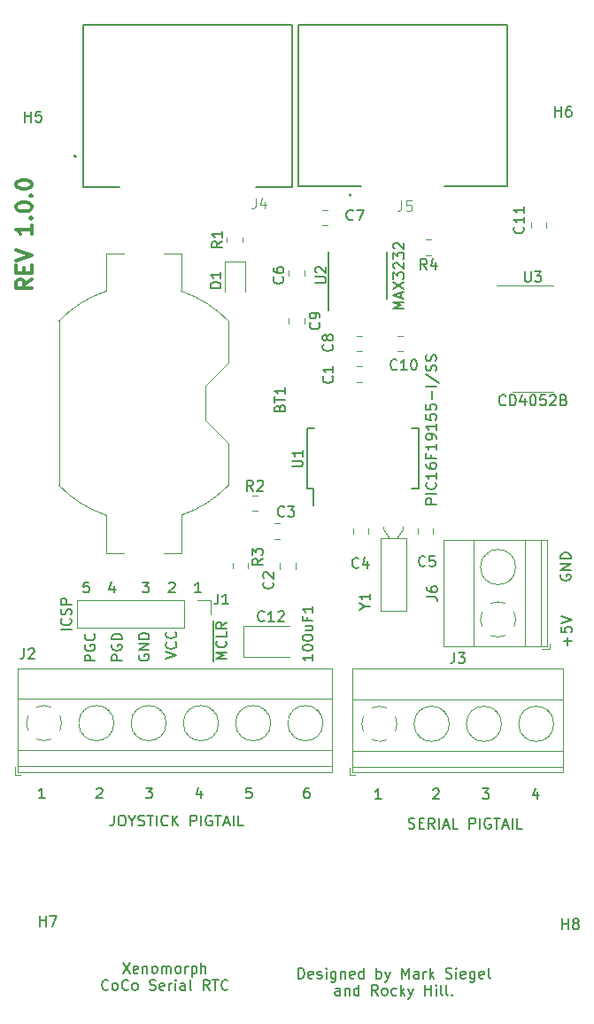
<source format=gbr>
%TF.GenerationSoftware,KiCad,Pcbnew,6.0.10-86aedd382b~118~ubuntu20.04.1*%
%TF.CreationDate,2023-03-12T18:50:46-04:00*%
%TF.ProjectId,coco_serial_rtc,636f636f-5f73-4657-9269-616c5f727463,1.0.0*%
%TF.SameCoordinates,Original*%
%TF.FileFunction,Legend,Top*%
%TF.FilePolarity,Positive*%
%FSLAX46Y46*%
G04 Gerber Fmt 4.6, Leading zero omitted, Abs format (unit mm)*
G04 Created by KiCad (PCBNEW 6.0.10-86aedd382b~118~ubuntu20.04.1) date 2023-03-12 18:50:46*
%MOMM*%
%LPD*%
G01*
G04 APERTURE LIST*
%ADD10C,0.300000*%
%ADD11C,0.150000*%
%ADD12C,0.015000*%
%ADD13C,0.200000*%
%ADD14C,0.127000*%
%ADD15C,0.120000*%
G04 APERTURE END LIST*
D10*
X112678571Y-76085714D02*
X111964285Y-76585714D01*
X112678571Y-76942857D02*
X111178571Y-76942857D01*
X111178571Y-76371428D01*
X111250000Y-76228571D01*
X111321428Y-76157142D01*
X111464285Y-76085714D01*
X111678571Y-76085714D01*
X111821428Y-76157142D01*
X111892857Y-76228571D01*
X111964285Y-76371428D01*
X111964285Y-76942857D01*
X111892857Y-75442857D02*
X111892857Y-74942857D01*
X112678571Y-74728571D02*
X112678571Y-75442857D01*
X111178571Y-75442857D01*
X111178571Y-74728571D01*
X111178571Y-74300000D02*
X112678571Y-73800000D01*
X111178571Y-73300000D01*
X112678571Y-70871428D02*
X112678571Y-71728571D01*
X112678571Y-71300000D02*
X111178571Y-71300000D01*
X111392857Y-71442857D01*
X111535714Y-71585714D01*
X111607142Y-71728571D01*
X112535714Y-70228571D02*
X112607142Y-70157142D01*
X112678571Y-70228571D01*
X112607142Y-70300000D01*
X112535714Y-70228571D01*
X112678571Y-70228571D01*
X111178571Y-69228571D02*
X111178571Y-69085714D01*
X111250000Y-68942857D01*
X111321428Y-68871428D01*
X111464285Y-68800000D01*
X111750000Y-68728571D01*
X112107142Y-68728571D01*
X112392857Y-68800000D01*
X112535714Y-68871428D01*
X112607142Y-68942857D01*
X112678571Y-69085714D01*
X112678571Y-69228571D01*
X112607142Y-69371428D01*
X112535714Y-69442857D01*
X112392857Y-69514285D01*
X112107142Y-69585714D01*
X111750000Y-69585714D01*
X111464285Y-69514285D01*
X111321428Y-69442857D01*
X111250000Y-69371428D01*
X111178571Y-69228571D01*
X112535714Y-68085714D02*
X112607142Y-68014285D01*
X112678571Y-68085714D01*
X112607142Y-68157142D01*
X112535714Y-68085714D01*
X112678571Y-68085714D01*
X111178571Y-67085714D02*
X111178571Y-66942857D01*
X111250000Y-66800000D01*
X111321428Y-66728571D01*
X111464285Y-66657142D01*
X111750000Y-66585714D01*
X112107142Y-66585714D01*
X112392857Y-66657142D01*
X112535714Y-66728571D01*
X112607142Y-66800000D01*
X112678571Y-66942857D01*
X112678571Y-67085714D01*
X112607142Y-67228571D01*
X112535714Y-67300000D01*
X112392857Y-67371428D01*
X112107142Y-67442857D01*
X111750000Y-67442857D01*
X111464285Y-67371428D01*
X111321428Y-67300000D01*
X111250000Y-67228571D01*
X111178571Y-67085714D01*
D11*
X138180952Y-142847380D02*
X138180952Y-141847380D01*
X138419047Y-141847380D01*
X138561904Y-141895000D01*
X138657142Y-141990238D01*
X138704761Y-142085476D01*
X138752380Y-142275952D01*
X138752380Y-142418809D01*
X138704761Y-142609285D01*
X138657142Y-142704523D01*
X138561904Y-142799761D01*
X138419047Y-142847380D01*
X138180952Y-142847380D01*
X139561904Y-142799761D02*
X139466666Y-142847380D01*
X139276190Y-142847380D01*
X139180952Y-142799761D01*
X139133333Y-142704523D01*
X139133333Y-142323571D01*
X139180952Y-142228333D01*
X139276190Y-142180714D01*
X139466666Y-142180714D01*
X139561904Y-142228333D01*
X139609523Y-142323571D01*
X139609523Y-142418809D01*
X139133333Y-142514047D01*
X139990476Y-142799761D02*
X140085714Y-142847380D01*
X140276190Y-142847380D01*
X140371428Y-142799761D01*
X140419047Y-142704523D01*
X140419047Y-142656904D01*
X140371428Y-142561666D01*
X140276190Y-142514047D01*
X140133333Y-142514047D01*
X140038095Y-142466428D01*
X139990476Y-142371190D01*
X139990476Y-142323571D01*
X140038095Y-142228333D01*
X140133333Y-142180714D01*
X140276190Y-142180714D01*
X140371428Y-142228333D01*
X140847619Y-142847380D02*
X140847619Y-142180714D01*
X140847619Y-141847380D02*
X140800000Y-141895000D01*
X140847619Y-141942619D01*
X140895238Y-141895000D01*
X140847619Y-141847380D01*
X140847619Y-141942619D01*
X141752380Y-142180714D02*
X141752380Y-142990238D01*
X141704761Y-143085476D01*
X141657142Y-143133095D01*
X141561904Y-143180714D01*
X141419047Y-143180714D01*
X141323809Y-143133095D01*
X141752380Y-142799761D02*
X141657142Y-142847380D01*
X141466666Y-142847380D01*
X141371428Y-142799761D01*
X141323809Y-142752142D01*
X141276190Y-142656904D01*
X141276190Y-142371190D01*
X141323809Y-142275952D01*
X141371428Y-142228333D01*
X141466666Y-142180714D01*
X141657142Y-142180714D01*
X141752380Y-142228333D01*
X142228571Y-142180714D02*
X142228571Y-142847380D01*
X142228571Y-142275952D02*
X142276190Y-142228333D01*
X142371428Y-142180714D01*
X142514285Y-142180714D01*
X142609523Y-142228333D01*
X142657142Y-142323571D01*
X142657142Y-142847380D01*
X143514285Y-142799761D02*
X143419047Y-142847380D01*
X143228571Y-142847380D01*
X143133333Y-142799761D01*
X143085714Y-142704523D01*
X143085714Y-142323571D01*
X143133333Y-142228333D01*
X143228571Y-142180714D01*
X143419047Y-142180714D01*
X143514285Y-142228333D01*
X143561904Y-142323571D01*
X143561904Y-142418809D01*
X143085714Y-142514047D01*
X144419047Y-142847380D02*
X144419047Y-141847380D01*
X144419047Y-142799761D02*
X144323809Y-142847380D01*
X144133333Y-142847380D01*
X144038095Y-142799761D01*
X143990476Y-142752142D01*
X143942857Y-142656904D01*
X143942857Y-142371190D01*
X143990476Y-142275952D01*
X144038095Y-142228333D01*
X144133333Y-142180714D01*
X144323809Y-142180714D01*
X144419047Y-142228333D01*
X145657142Y-142847380D02*
X145657142Y-141847380D01*
X145657142Y-142228333D02*
X145752380Y-142180714D01*
X145942857Y-142180714D01*
X146038095Y-142228333D01*
X146085714Y-142275952D01*
X146133333Y-142371190D01*
X146133333Y-142656904D01*
X146085714Y-142752142D01*
X146038095Y-142799761D01*
X145942857Y-142847380D01*
X145752380Y-142847380D01*
X145657142Y-142799761D01*
X146466666Y-142180714D02*
X146704761Y-142847380D01*
X146942857Y-142180714D02*
X146704761Y-142847380D01*
X146609523Y-143085476D01*
X146561904Y-143133095D01*
X146466666Y-143180714D01*
X148085714Y-142847380D02*
X148085714Y-141847380D01*
X148419047Y-142561666D01*
X148752380Y-141847380D01*
X148752380Y-142847380D01*
X149657142Y-142847380D02*
X149657142Y-142323571D01*
X149609523Y-142228333D01*
X149514285Y-142180714D01*
X149323809Y-142180714D01*
X149228571Y-142228333D01*
X149657142Y-142799761D02*
X149561904Y-142847380D01*
X149323809Y-142847380D01*
X149228571Y-142799761D01*
X149180952Y-142704523D01*
X149180952Y-142609285D01*
X149228571Y-142514047D01*
X149323809Y-142466428D01*
X149561904Y-142466428D01*
X149657142Y-142418809D01*
X150133333Y-142847380D02*
X150133333Y-142180714D01*
X150133333Y-142371190D02*
X150180952Y-142275952D01*
X150228571Y-142228333D01*
X150323809Y-142180714D01*
X150419047Y-142180714D01*
X150752380Y-142847380D02*
X150752380Y-141847380D01*
X150847619Y-142466428D02*
X151133333Y-142847380D01*
X151133333Y-142180714D02*
X150752380Y-142561666D01*
X152276190Y-142799761D02*
X152419047Y-142847380D01*
X152657142Y-142847380D01*
X152752380Y-142799761D01*
X152800000Y-142752142D01*
X152847619Y-142656904D01*
X152847619Y-142561666D01*
X152800000Y-142466428D01*
X152752380Y-142418809D01*
X152657142Y-142371190D01*
X152466666Y-142323571D01*
X152371428Y-142275952D01*
X152323809Y-142228333D01*
X152276190Y-142133095D01*
X152276190Y-142037857D01*
X152323809Y-141942619D01*
X152371428Y-141895000D01*
X152466666Y-141847380D01*
X152704761Y-141847380D01*
X152847619Y-141895000D01*
X153276190Y-142847380D02*
X153276190Y-142180714D01*
X153276190Y-141847380D02*
X153228571Y-141895000D01*
X153276190Y-141942619D01*
X153323809Y-141895000D01*
X153276190Y-141847380D01*
X153276190Y-141942619D01*
X154133333Y-142799761D02*
X154038095Y-142847380D01*
X153847619Y-142847380D01*
X153752380Y-142799761D01*
X153704761Y-142704523D01*
X153704761Y-142323571D01*
X153752380Y-142228333D01*
X153847619Y-142180714D01*
X154038095Y-142180714D01*
X154133333Y-142228333D01*
X154180952Y-142323571D01*
X154180952Y-142418809D01*
X153704761Y-142514047D01*
X155038095Y-142180714D02*
X155038095Y-142990238D01*
X154990476Y-143085476D01*
X154942857Y-143133095D01*
X154847619Y-143180714D01*
X154704761Y-143180714D01*
X154609523Y-143133095D01*
X155038095Y-142799761D02*
X154942857Y-142847380D01*
X154752380Y-142847380D01*
X154657142Y-142799761D01*
X154609523Y-142752142D01*
X154561904Y-142656904D01*
X154561904Y-142371190D01*
X154609523Y-142275952D01*
X154657142Y-142228333D01*
X154752380Y-142180714D01*
X154942857Y-142180714D01*
X155038095Y-142228333D01*
X155895238Y-142799761D02*
X155800000Y-142847380D01*
X155609523Y-142847380D01*
X155514285Y-142799761D01*
X155466666Y-142704523D01*
X155466666Y-142323571D01*
X155514285Y-142228333D01*
X155609523Y-142180714D01*
X155800000Y-142180714D01*
X155895238Y-142228333D01*
X155942857Y-142323571D01*
X155942857Y-142418809D01*
X155466666Y-142514047D01*
X156514285Y-142847380D02*
X156419047Y-142799761D01*
X156371428Y-142704523D01*
X156371428Y-141847380D01*
X142157142Y-144457380D02*
X142157142Y-143933571D01*
X142109523Y-143838333D01*
X142014285Y-143790714D01*
X141823809Y-143790714D01*
X141728571Y-143838333D01*
X142157142Y-144409761D02*
X142061904Y-144457380D01*
X141823809Y-144457380D01*
X141728571Y-144409761D01*
X141680952Y-144314523D01*
X141680952Y-144219285D01*
X141728571Y-144124047D01*
X141823809Y-144076428D01*
X142061904Y-144076428D01*
X142157142Y-144028809D01*
X142633333Y-143790714D02*
X142633333Y-144457380D01*
X142633333Y-143885952D02*
X142680952Y-143838333D01*
X142776190Y-143790714D01*
X142919047Y-143790714D01*
X143014285Y-143838333D01*
X143061904Y-143933571D01*
X143061904Y-144457380D01*
X143966666Y-144457380D02*
X143966666Y-143457380D01*
X143966666Y-144409761D02*
X143871428Y-144457380D01*
X143680952Y-144457380D01*
X143585714Y-144409761D01*
X143538095Y-144362142D01*
X143490476Y-144266904D01*
X143490476Y-143981190D01*
X143538095Y-143885952D01*
X143585714Y-143838333D01*
X143680952Y-143790714D01*
X143871428Y-143790714D01*
X143966666Y-143838333D01*
X145776190Y-144457380D02*
X145442857Y-143981190D01*
X145204761Y-144457380D02*
X145204761Y-143457380D01*
X145585714Y-143457380D01*
X145680952Y-143505000D01*
X145728571Y-143552619D01*
X145776190Y-143647857D01*
X145776190Y-143790714D01*
X145728571Y-143885952D01*
X145680952Y-143933571D01*
X145585714Y-143981190D01*
X145204761Y-143981190D01*
X146347619Y-144457380D02*
X146252380Y-144409761D01*
X146204761Y-144362142D01*
X146157142Y-144266904D01*
X146157142Y-143981190D01*
X146204761Y-143885952D01*
X146252380Y-143838333D01*
X146347619Y-143790714D01*
X146490476Y-143790714D01*
X146585714Y-143838333D01*
X146633333Y-143885952D01*
X146680952Y-143981190D01*
X146680952Y-144266904D01*
X146633333Y-144362142D01*
X146585714Y-144409761D01*
X146490476Y-144457380D01*
X146347619Y-144457380D01*
X147538095Y-144409761D02*
X147442857Y-144457380D01*
X147252380Y-144457380D01*
X147157142Y-144409761D01*
X147109523Y-144362142D01*
X147061904Y-144266904D01*
X147061904Y-143981190D01*
X147109523Y-143885952D01*
X147157142Y-143838333D01*
X147252380Y-143790714D01*
X147442857Y-143790714D01*
X147538095Y-143838333D01*
X147966666Y-144457380D02*
X147966666Y-143457380D01*
X148061904Y-144076428D02*
X148347619Y-144457380D01*
X148347619Y-143790714D02*
X147966666Y-144171666D01*
X148680952Y-143790714D02*
X148919047Y-144457380D01*
X149157142Y-143790714D02*
X148919047Y-144457380D01*
X148823809Y-144695476D01*
X148776190Y-144743095D01*
X148680952Y-144790714D01*
X150300000Y-144457380D02*
X150300000Y-143457380D01*
X150300000Y-143933571D02*
X150871428Y-143933571D01*
X150871428Y-144457380D02*
X150871428Y-143457380D01*
X151347619Y-144457380D02*
X151347619Y-143790714D01*
X151347619Y-143457380D02*
X151300000Y-143505000D01*
X151347619Y-143552619D01*
X151395238Y-143505000D01*
X151347619Y-143457380D01*
X151347619Y-143552619D01*
X151966666Y-144457380D02*
X151871428Y-144409761D01*
X151823809Y-144314523D01*
X151823809Y-143457380D01*
X152490476Y-144457380D02*
X152395238Y-144409761D01*
X152347619Y-144314523D01*
X152347619Y-143457380D01*
X152871428Y-144362142D02*
X152919047Y-144409761D01*
X152871428Y-144457380D01*
X152823809Y-144409761D01*
X152871428Y-144362142D01*
X152871428Y-144457380D01*
X163931428Y-111005714D02*
X163931428Y-110243809D01*
X164312380Y-110624761D02*
X163550476Y-110624761D01*
X163312380Y-109291428D02*
X163312380Y-109767619D01*
X163788571Y-109815238D01*
X163740952Y-109767619D01*
X163693333Y-109672380D01*
X163693333Y-109434285D01*
X163740952Y-109339047D01*
X163788571Y-109291428D01*
X163883809Y-109243809D01*
X164121904Y-109243809D01*
X164217142Y-109291428D01*
X164264761Y-109339047D01*
X164312380Y-109434285D01*
X164312380Y-109672380D01*
X164264761Y-109767619D01*
X164217142Y-109815238D01*
X163312380Y-108958095D02*
X164312380Y-108624761D01*
X163312380Y-108291428D01*
X118134761Y-105002380D02*
X117658571Y-105002380D01*
X117610952Y-105478571D01*
X117658571Y-105430952D01*
X117753809Y-105383333D01*
X117991904Y-105383333D01*
X118087142Y-105430952D01*
X118134761Y-105478571D01*
X118182380Y-105573809D01*
X118182380Y-105811904D01*
X118134761Y-105907142D01*
X118087142Y-105954761D01*
X117991904Y-106002380D01*
X117753809Y-106002380D01*
X117658571Y-105954761D01*
X117610952Y-105907142D01*
X120563333Y-105335714D02*
X120563333Y-106002380D01*
X120325238Y-104954761D02*
X120087142Y-105669047D01*
X120706190Y-105669047D01*
X123277619Y-105002380D02*
X123896666Y-105002380D01*
X123563333Y-105383333D01*
X123706190Y-105383333D01*
X123801428Y-105430952D01*
X123849047Y-105478571D01*
X123896666Y-105573809D01*
X123896666Y-105811904D01*
X123849047Y-105907142D01*
X123801428Y-105954761D01*
X123706190Y-106002380D01*
X123420476Y-106002380D01*
X123325238Y-105954761D01*
X123277619Y-105907142D01*
X125801428Y-105097619D02*
X125849047Y-105050000D01*
X125944285Y-105002380D01*
X126182380Y-105002380D01*
X126277619Y-105050000D01*
X126325238Y-105097619D01*
X126372857Y-105192857D01*
X126372857Y-105288095D01*
X126325238Y-105430952D01*
X125753809Y-106002380D01*
X126372857Y-106002380D01*
X128849047Y-106002380D02*
X128277619Y-106002380D01*
X128563333Y-106002380D02*
X128563333Y-105002380D01*
X128468095Y-105145238D01*
X128372857Y-105240476D01*
X128277619Y-105288095D01*
X120543809Y-127272380D02*
X120543809Y-127986666D01*
X120496190Y-128129523D01*
X120400952Y-128224761D01*
X120258095Y-128272380D01*
X120162857Y-128272380D01*
X121210476Y-127272380D02*
X121400952Y-127272380D01*
X121496190Y-127320000D01*
X121591428Y-127415238D01*
X121639047Y-127605714D01*
X121639047Y-127939047D01*
X121591428Y-128129523D01*
X121496190Y-128224761D01*
X121400952Y-128272380D01*
X121210476Y-128272380D01*
X121115238Y-128224761D01*
X121020000Y-128129523D01*
X120972380Y-127939047D01*
X120972380Y-127605714D01*
X121020000Y-127415238D01*
X121115238Y-127320000D01*
X121210476Y-127272380D01*
X122258095Y-127796190D02*
X122258095Y-128272380D01*
X121924761Y-127272380D02*
X122258095Y-127796190D01*
X122591428Y-127272380D01*
X122877142Y-128224761D02*
X123020000Y-128272380D01*
X123258095Y-128272380D01*
X123353333Y-128224761D01*
X123400952Y-128177142D01*
X123448571Y-128081904D01*
X123448571Y-127986666D01*
X123400952Y-127891428D01*
X123353333Y-127843809D01*
X123258095Y-127796190D01*
X123067619Y-127748571D01*
X122972380Y-127700952D01*
X122924761Y-127653333D01*
X122877142Y-127558095D01*
X122877142Y-127462857D01*
X122924761Y-127367619D01*
X122972380Y-127320000D01*
X123067619Y-127272380D01*
X123305714Y-127272380D01*
X123448571Y-127320000D01*
X123734285Y-127272380D02*
X124305714Y-127272380D01*
X124020000Y-128272380D02*
X124020000Y-127272380D01*
X124639047Y-128272380D02*
X124639047Y-127272380D01*
X125686666Y-128177142D02*
X125639047Y-128224761D01*
X125496190Y-128272380D01*
X125400952Y-128272380D01*
X125258095Y-128224761D01*
X125162857Y-128129523D01*
X125115238Y-128034285D01*
X125067619Y-127843809D01*
X125067619Y-127700952D01*
X125115238Y-127510476D01*
X125162857Y-127415238D01*
X125258095Y-127320000D01*
X125400952Y-127272380D01*
X125496190Y-127272380D01*
X125639047Y-127320000D01*
X125686666Y-127367619D01*
X126115238Y-128272380D02*
X126115238Y-127272380D01*
X126686666Y-128272380D02*
X126258095Y-127700952D01*
X126686666Y-127272380D02*
X126115238Y-127843809D01*
X127877142Y-128272380D02*
X127877142Y-127272380D01*
X128258095Y-127272380D01*
X128353333Y-127320000D01*
X128400952Y-127367619D01*
X128448571Y-127462857D01*
X128448571Y-127605714D01*
X128400952Y-127700952D01*
X128353333Y-127748571D01*
X128258095Y-127796190D01*
X127877142Y-127796190D01*
X128877142Y-128272380D02*
X128877142Y-127272380D01*
X129877142Y-127320000D02*
X129781904Y-127272380D01*
X129639047Y-127272380D01*
X129496190Y-127320000D01*
X129400952Y-127415238D01*
X129353333Y-127510476D01*
X129305714Y-127700952D01*
X129305714Y-127843809D01*
X129353333Y-128034285D01*
X129400952Y-128129523D01*
X129496190Y-128224761D01*
X129639047Y-128272380D01*
X129734285Y-128272380D01*
X129877142Y-128224761D01*
X129924761Y-128177142D01*
X129924761Y-127843809D01*
X129734285Y-127843809D01*
X130210476Y-127272380D02*
X130781904Y-127272380D01*
X130496190Y-128272380D02*
X130496190Y-127272380D01*
X131067619Y-127986666D02*
X131543809Y-127986666D01*
X130972380Y-128272380D02*
X131305714Y-127272380D01*
X131639047Y-128272380D01*
X131972380Y-128272380D02*
X131972380Y-127272380D01*
X132924761Y-128272380D02*
X132448571Y-128272380D01*
X132448571Y-127272380D01*
X118732380Y-112511904D02*
X117732380Y-112511904D01*
X117732380Y-112130952D01*
X117780000Y-112035714D01*
X117827619Y-111988095D01*
X117922857Y-111940476D01*
X118065714Y-111940476D01*
X118160952Y-111988095D01*
X118208571Y-112035714D01*
X118256190Y-112130952D01*
X118256190Y-112511904D01*
X117780000Y-110988095D02*
X117732380Y-111083333D01*
X117732380Y-111226190D01*
X117780000Y-111369047D01*
X117875238Y-111464285D01*
X117970476Y-111511904D01*
X118160952Y-111559523D01*
X118303809Y-111559523D01*
X118494285Y-111511904D01*
X118589523Y-111464285D01*
X118684761Y-111369047D01*
X118732380Y-111226190D01*
X118732380Y-111130952D01*
X118684761Y-110988095D01*
X118637142Y-110940476D01*
X118303809Y-110940476D01*
X118303809Y-111130952D01*
X118637142Y-109940476D02*
X118684761Y-109988095D01*
X118732380Y-110130952D01*
X118732380Y-110226190D01*
X118684761Y-110369047D01*
X118589523Y-110464285D01*
X118494285Y-110511904D01*
X118303809Y-110559523D01*
X118160952Y-110559523D01*
X117970476Y-110511904D01*
X117875238Y-110464285D01*
X117780000Y-110369047D01*
X117732380Y-110226190D01*
X117732380Y-110130952D01*
X117780000Y-109988095D01*
X117827619Y-109940476D01*
X163290000Y-104281904D02*
X163242380Y-104377142D01*
X163242380Y-104520000D01*
X163290000Y-104662857D01*
X163385238Y-104758095D01*
X163480476Y-104805714D01*
X163670952Y-104853333D01*
X163813809Y-104853333D01*
X164004285Y-104805714D01*
X164099523Y-104758095D01*
X164194761Y-104662857D01*
X164242380Y-104520000D01*
X164242380Y-104424761D01*
X164194761Y-104281904D01*
X164147142Y-104234285D01*
X163813809Y-104234285D01*
X163813809Y-104424761D01*
X164242380Y-103805714D02*
X163242380Y-103805714D01*
X164242380Y-103234285D01*
X163242380Y-103234285D01*
X164242380Y-102758095D02*
X163242380Y-102758095D01*
X163242380Y-102520000D01*
X163290000Y-102377142D01*
X163385238Y-102281904D01*
X163480476Y-102234285D01*
X163670952Y-102186666D01*
X163813809Y-102186666D01*
X164004285Y-102234285D01*
X164099523Y-102281904D01*
X164194761Y-102377142D01*
X164242380Y-102520000D01*
X164242380Y-102758095D01*
X113919047Y-125632380D02*
X113347619Y-125632380D01*
X113633333Y-125632380D02*
X113633333Y-124632380D01*
X113538095Y-124775238D01*
X113442857Y-124870476D01*
X113347619Y-124918095D01*
X118871428Y-124727619D02*
X118919047Y-124680000D01*
X119014285Y-124632380D01*
X119252380Y-124632380D01*
X119347619Y-124680000D01*
X119395238Y-124727619D01*
X119442857Y-124822857D01*
X119442857Y-124918095D01*
X119395238Y-125060952D01*
X118823809Y-125632380D01*
X119442857Y-125632380D01*
X123585714Y-124632380D02*
X124204761Y-124632380D01*
X123871428Y-125013333D01*
X124014285Y-125013333D01*
X124109523Y-125060952D01*
X124157142Y-125108571D01*
X124204761Y-125203809D01*
X124204761Y-125441904D01*
X124157142Y-125537142D01*
X124109523Y-125584761D01*
X124014285Y-125632380D01*
X123728571Y-125632380D01*
X123633333Y-125584761D01*
X123585714Y-125537142D01*
X128871428Y-124965714D02*
X128871428Y-125632380D01*
X128633333Y-124584761D02*
X128395238Y-125299047D01*
X129014285Y-125299047D01*
X133680952Y-124632380D02*
X133204761Y-124632380D01*
X133157142Y-125108571D01*
X133204761Y-125060952D01*
X133299999Y-125013333D01*
X133538095Y-125013333D01*
X133633333Y-125060952D01*
X133680952Y-125108571D01*
X133728571Y-125203809D01*
X133728571Y-125441904D01*
X133680952Y-125537142D01*
X133633333Y-125584761D01*
X133538095Y-125632380D01*
X133299999Y-125632380D01*
X133204761Y-125584761D01*
X133157142Y-125537142D01*
X139157142Y-124632380D02*
X138966666Y-124632380D01*
X138871428Y-124680000D01*
X138823809Y-124727619D01*
X138728571Y-124870476D01*
X138680952Y-125060952D01*
X138680952Y-125441904D01*
X138728571Y-125537142D01*
X138776190Y-125584761D01*
X138871428Y-125632380D01*
X139061904Y-125632380D01*
X139157142Y-125584761D01*
X139204761Y-125537142D01*
X139252380Y-125441904D01*
X139252380Y-125203809D01*
X139204761Y-125108571D01*
X139157142Y-125060952D01*
X139061904Y-125013333D01*
X138871428Y-125013333D01*
X138776190Y-125060952D01*
X138728571Y-125108571D01*
X138680952Y-125203809D01*
X146111904Y-125712380D02*
X145540476Y-125712380D01*
X145826190Y-125712380D02*
X145826190Y-124712380D01*
X145730952Y-124855238D01*
X145635714Y-124950476D01*
X145540476Y-124998095D01*
X151064285Y-124807619D02*
X151111904Y-124760000D01*
X151207142Y-124712380D01*
X151445238Y-124712380D01*
X151540476Y-124760000D01*
X151588095Y-124807619D01*
X151635714Y-124902857D01*
X151635714Y-124998095D01*
X151588095Y-125140952D01*
X151016666Y-125712380D01*
X151635714Y-125712380D01*
X155778571Y-124712380D02*
X156397619Y-124712380D01*
X156064285Y-125093333D01*
X156207142Y-125093333D01*
X156302380Y-125140952D01*
X156350000Y-125188571D01*
X156397619Y-125283809D01*
X156397619Y-125521904D01*
X156350000Y-125617142D01*
X156302380Y-125664761D01*
X156207142Y-125712380D01*
X155921428Y-125712380D01*
X155826190Y-125664761D01*
X155778571Y-125617142D01*
X161064285Y-125045714D02*
X161064285Y-125712380D01*
X160826190Y-124664761D02*
X160588095Y-125379047D01*
X161207142Y-125379047D01*
X130030000Y-112586190D02*
X130030000Y-111443333D01*
X131312380Y-112348095D02*
X130312380Y-112348095D01*
X131026666Y-112014761D01*
X130312380Y-111681428D01*
X131312380Y-111681428D01*
X130030000Y-111443333D02*
X130030000Y-110443333D01*
X131217142Y-110633809D02*
X131264761Y-110681428D01*
X131312380Y-110824285D01*
X131312380Y-110919523D01*
X131264761Y-111062380D01*
X131169523Y-111157619D01*
X131074285Y-111205238D01*
X130883809Y-111252857D01*
X130740952Y-111252857D01*
X130550476Y-111205238D01*
X130455238Y-111157619D01*
X130360000Y-111062380D01*
X130312380Y-110919523D01*
X130312380Y-110824285D01*
X130360000Y-110681428D01*
X130407619Y-110633809D01*
X130030000Y-110443333D02*
X130030000Y-109633809D01*
X131312380Y-109729047D02*
X131312380Y-110205238D01*
X130312380Y-110205238D01*
X130030000Y-109633809D02*
X130030000Y-108633809D01*
X131312380Y-108824285D02*
X130836190Y-109157619D01*
X131312380Y-109395714D02*
X130312380Y-109395714D01*
X130312380Y-109014761D01*
X130360000Y-108919523D01*
X130407619Y-108871904D01*
X130502857Y-108824285D01*
X130645714Y-108824285D01*
X130740952Y-108871904D01*
X130788571Y-108919523D01*
X130836190Y-109014761D01*
X130836190Y-109395714D01*
X125492380Y-112313333D02*
X126492380Y-111980000D01*
X125492380Y-111646666D01*
X126397142Y-110741904D02*
X126444761Y-110789523D01*
X126492380Y-110932380D01*
X126492380Y-111027619D01*
X126444761Y-111170476D01*
X126349523Y-111265714D01*
X126254285Y-111313333D01*
X126063809Y-111360952D01*
X125920952Y-111360952D01*
X125730476Y-111313333D01*
X125635238Y-111265714D01*
X125540000Y-111170476D01*
X125492380Y-111027619D01*
X125492380Y-110932380D01*
X125540000Y-110789523D01*
X125587619Y-110741904D01*
X126397142Y-109741904D02*
X126444761Y-109789523D01*
X126492380Y-109932380D01*
X126492380Y-110027619D01*
X126444761Y-110170476D01*
X126349523Y-110265714D01*
X126254285Y-110313333D01*
X126063809Y-110360952D01*
X125920952Y-110360952D01*
X125730476Y-110313333D01*
X125635238Y-110265714D01*
X125540000Y-110170476D01*
X125492380Y-110027619D01*
X125492380Y-109932380D01*
X125540000Y-109789523D01*
X125587619Y-109741904D01*
X121302380Y-112491904D02*
X120302380Y-112491904D01*
X120302380Y-112110952D01*
X120350000Y-112015714D01*
X120397619Y-111968095D01*
X120492857Y-111920476D01*
X120635714Y-111920476D01*
X120730952Y-111968095D01*
X120778571Y-112015714D01*
X120826190Y-112110952D01*
X120826190Y-112491904D01*
X120350000Y-110968095D02*
X120302380Y-111063333D01*
X120302380Y-111206190D01*
X120350000Y-111349047D01*
X120445238Y-111444285D01*
X120540476Y-111491904D01*
X120730952Y-111539523D01*
X120873809Y-111539523D01*
X121064285Y-111491904D01*
X121159523Y-111444285D01*
X121254761Y-111349047D01*
X121302380Y-111206190D01*
X121302380Y-111110952D01*
X121254761Y-110968095D01*
X121207142Y-110920476D01*
X120873809Y-110920476D01*
X120873809Y-111110952D01*
X121302380Y-110491904D02*
X120302380Y-110491904D01*
X120302380Y-110253809D01*
X120350000Y-110110952D01*
X120445238Y-110015714D01*
X120540476Y-109968095D01*
X120730952Y-109920476D01*
X120873809Y-109920476D01*
X121064285Y-109968095D01*
X121159523Y-110015714D01*
X121254761Y-110110952D01*
X121302380Y-110253809D01*
X121302380Y-110491904D01*
X122940000Y-111951904D02*
X122892380Y-112047142D01*
X122892380Y-112190000D01*
X122940000Y-112332857D01*
X123035238Y-112428095D01*
X123130476Y-112475714D01*
X123320952Y-112523333D01*
X123463809Y-112523333D01*
X123654285Y-112475714D01*
X123749523Y-112428095D01*
X123844761Y-112332857D01*
X123892380Y-112190000D01*
X123892380Y-112094761D01*
X123844761Y-111951904D01*
X123797142Y-111904285D01*
X123463809Y-111904285D01*
X123463809Y-112094761D01*
X123892380Y-111475714D02*
X122892380Y-111475714D01*
X123892380Y-110904285D01*
X122892380Y-110904285D01*
X123892380Y-110428095D02*
X122892380Y-110428095D01*
X122892380Y-110190000D01*
X122940000Y-110047142D01*
X123035238Y-109951904D01*
X123130476Y-109904285D01*
X123320952Y-109856666D01*
X123463809Y-109856666D01*
X123654285Y-109904285D01*
X123749523Y-109951904D01*
X123844761Y-110047142D01*
X123892380Y-110190000D01*
X123892380Y-110428095D01*
X121400000Y-141347380D02*
X122066666Y-142347380D01*
X122066666Y-141347380D02*
X121400000Y-142347380D01*
X122828571Y-142299761D02*
X122733333Y-142347380D01*
X122542857Y-142347380D01*
X122447619Y-142299761D01*
X122400000Y-142204523D01*
X122400000Y-141823571D01*
X122447619Y-141728333D01*
X122542857Y-141680714D01*
X122733333Y-141680714D01*
X122828571Y-141728333D01*
X122876190Y-141823571D01*
X122876190Y-141918809D01*
X122400000Y-142014047D01*
X123304761Y-141680714D02*
X123304761Y-142347380D01*
X123304761Y-141775952D02*
X123352380Y-141728333D01*
X123447619Y-141680714D01*
X123590476Y-141680714D01*
X123685714Y-141728333D01*
X123733333Y-141823571D01*
X123733333Y-142347380D01*
X124352380Y-142347380D02*
X124257142Y-142299761D01*
X124209523Y-142252142D01*
X124161904Y-142156904D01*
X124161904Y-141871190D01*
X124209523Y-141775952D01*
X124257142Y-141728333D01*
X124352380Y-141680714D01*
X124495238Y-141680714D01*
X124590476Y-141728333D01*
X124638095Y-141775952D01*
X124685714Y-141871190D01*
X124685714Y-142156904D01*
X124638095Y-142252142D01*
X124590476Y-142299761D01*
X124495238Y-142347380D01*
X124352380Y-142347380D01*
X125114285Y-142347380D02*
X125114285Y-141680714D01*
X125114285Y-141775952D02*
X125161904Y-141728333D01*
X125257142Y-141680714D01*
X125400000Y-141680714D01*
X125495238Y-141728333D01*
X125542857Y-141823571D01*
X125542857Y-142347380D01*
X125542857Y-141823571D02*
X125590476Y-141728333D01*
X125685714Y-141680714D01*
X125828571Y-141680714D01*
X125923809Y-141728333D01*
X125971428Y-141823571D01*
X125971428Y-142347380D01*
X126590476Y-142347380D02*
X126495238Y-142299761D01*
X126447619Y-142252142D01*
X126400000Y-142156904D01*
X126400000Y-141871190D01*
X126447619Y-141775952D01*
X126495238Y-141728333D01*
X126590476Y-141680714D01*
X126733333Y-141680714D01*
X126828571Y-141728333D01*
X126876190Y-141775952D01*
X126923809Y-141871190D01*
X126923809Y-142156904D01*
X126876190Y-142252142D01*
X126828571Y-142299761D01*
X126733333Y-142347380D01*
X126590476Y-142347380D01*
X127352380Y-142347380D02*
X127352380Y-141680714D01*
X127352380Y-141871190D02*
X127400000Y-141775952D01*
X127447619Y-141728333D01*
X127542857Y-141680714D01*
X127638095Y-141680714D01*
X127971428Y-141680714D02*
X127971428Y-142680714D01*
X127971428Y-141728333D02*
X128066666Y-141680714D01*
X128257142Y-141680714D01*
X128352380Y-141728333D01*
X128400000Y-141775952D01*
X128447619Y-141871190D01*
X128447619Y-142156904D01*
X128400000Y-142252142D01*
X128352380Y-142299761D01*
X128257142Y-142347380D01*
X128066666Y-142347380D01*
X127971428Y-142299761D01*
X128876190Y-142347380D02*
X128876190Y-141347380D01*
X129304761Y-142347380D02*
X129304761Y-141823571D01*
X129257142Y-141728333D01*
X129161904Y-141680714D01*
X129019047Y-141680714D01*
X128923809Y-141728333D01*
X128876190Y-141775952D01*
X119995238Y-143862142D02*
X119947619Y-143909761D01*
X119804761Y-143957380D01*
X119709523Y-143957380D01*
X119566666Y-143909761D01*
X119471428Y-143814523D01*
X119423809Y-143719285D01*
X119376190Y-143528809D01*
X119376190Y-143385952D01*
X119423809Y-143195476D01*
X119471428Y-143100238D01*
X119566666Y-143005000D01*
X119709523Y-142957380D01*
X119804761Y-142957380D01*
X119947619Y-143005000D01*
X119995238Y-143052619D01*
X120566666Y-143957380D02*
X120471428Y-143909761D01*
X120423809Y-143862142D01*
X120376190Y-143766904D01*
X120376190Y-143481190D01*
X120423809Y-143385952D01*
X120471428Y-143338333D01*
X120566666Y-143290714D01*
X120709523Y-143290714D01*
X120804761Y-143338333D01*
X120852380Y-143385952D01*
X120900000Y-143481190D01*
X120900000Y-143766904D01*
X120852380Y-143862142D01*
X120804761Y-143909761D01*
X120709523Y-143957380D01*
X120566666Y-143957380D01*
X121900000Y-143862142D02*
X121852380Y-143909761D01*
X121709523Y-143957380D01*
X121614285Y-143957380D01*
X121471428Y-143909761D01*
X121376190Y-143814523D01*
X121328571Y-143719285D01*
X121280952Y-143528809D01*
X121280952Y-143385952D01*
X121328571Y-143195476D01*
X121376190Y-143100238D01*
X121471428Y-143005000D01*
X121614285Y-142957380D01*
X121709523Y-142957380D01*
X121852380Y-143005000D01*
X121900000Y-143052619D01*
X122471428Y-143957380D02*
X122376190Y-143909761D01*
X122328571Y-143862142D01*
X122280952Y-143766904D01*
X122280952Y-143481190D01*
X122328571Y-143385952D01*
X122376190Y-143338333D01*
X122471428Y-143290714D01*
X122614285Y-143290714D01*
X122709523Y-143338333D01*
X122757142Y-143385952D01*
X122804761Y-143481190D01*
X122804761Y-143766904D01*
X122757142Y-143862142D01*
X122709523Y-143909761D01*
X122614285Y-143957380D01*
X122471428Y-143957380D01*
X123947619Y-143909761D02*
X124090476Y-143957380D01*
X124328571Y-143957380D01*
X124423809Y-143909761D01*
X124471428Y-143862142D01*
X124519047Y-143766904D01*
X124519047Y-143671666D01*
X124471428Y-143576428D01*
X124423809Y-143528809D01*
X124328571Y-143481190D01*
X124138095Y-143433571D01*
X124042857Y-143385952D01*
X123995238Y-143338333D01*
X123947619Y-143243095D01*
X123947619Y-143147857D01*
X123995238Y-143052619D01*
X124042857Y-143005000D01*
X124138095Y-142957380D01*
X124376190Y-142957380D01*
X124519047Y-143005000D01*
X125328571Y-143909761D02*
X125233333Y-143957380D01*
X125042857Y-143957380D01*
X124947619Y-143909761D01*
X124900000Y-143814523D01*
X124900000Y-143433571D01*
X124947619Y-143338333D01*
X125042857Y-143290714D01*
X125233333Y-143290714D01*
X125328571Y-143338333D01*
X125376190Y-143433571D01*
X125376190Y-143528809D01*
X124900000Y-143624047D01*
X125804761Y-143957380D02*
X125804761Y-143290714D01*
X125804761Y-143481190D02*
X125852380Y-143385952D01*
X125900000Y-143338333D01*
X125995238Y-143290714D01*
X126090476Y-143290714D01*
X126423809Y-143957380D02*
X126423809Y-143290714D01*
X126423809Y-142957380D02*
X126376190Y-143005000D01*
X126423809Y-143052619D01*
X126471428Y-143005000D01*
X126423809Y-142957380D01*
X126423809Y-143052619D01*
X127328571Y-143957380D02*
X127328571Y-143433571D01*
X127280952Y-143338333D01*
X127185714Y-143290714D01*
X126995238Y-143290714D01*
X126900000Y-143338333D01*
X127328571Y-143909761D02*
X127233333Y-143957380D01*
X126995238Y-143957380D01*
X126900000Y-143909761D01*
X126852380Y-143814523D01*
X126852380Y-143719285D01*
X126900000Y-143624047D01*
X126995238Y-143576428D01*
X127233333Y-143576428D01*
X127328571Y-143528809D01*
X127947619Y-143957380D02*
X127852380Y-143909761D01*
X127804761Y-143814523D01*
X127804761Y-142957380D01*
X129661904Y-143957380D02*
X129328571Y-143481190D01*
X129090476Y-143957380D02*
X129090476Y-142957380D01*
X129471428Y-142957380D01*
X129566666Y-143005000D01*
X129614285Y-143052619D01*
X129661904Y-143147857D01*
X129661904Y-143290714D01*
X129614285Y-143385952D01*
X129566666Y-143433571D01*
X129471428Y-143481190D01*
X129090476Y-143481190D01*
X129947619Y-142957380D02*
X130519047Y-142957380D01*
X130233333Y-143957380D02*
X130233333Y-142957380D01*
X131423809Y-143862142D02*
X131376190Y-143909761D01*
X131233333Y-143957380D01*
X131138095Y-143957380D01*
X130995238Y-143909761D01*
X130900000Y-143814523D01*
X130852380Y-143719285D01*
X130804761Y-143528809D01*
X130804761Y-143385952D01*
X130852380Y-143195476D01*
X130900000Y-143100238D01*
X130995238Y-143005000D01*
X131138095Y-142957380D01*
X131233333Y-142957380D01*
X131376190Y-143005000D01*
X131423809Y-143052619D01*
X148729047Y-128484761D02*
X148871904Y-128532380D01*
X149110000Y-128532380D01*
X149205238Y-128484761D01*
X149252857Y-128437142D01*
X149300476Y-128341904D01*
X149300476Y-128246666D01*
X149252857Y-128151428D01*
X149205238Y-128103809D01*
X149110000Y-128056190D01*
X148919523Y-128008571D01*
X148824285Y-127960952D01*
X148776666Y-127913333D01*
X148729047Y-127818095D01*
X148729047Y-127722857D01*
X148776666Y-127627619D01*
X148824285Y-127580000D01*
X148919523Y-127532380D01*
X149157619Y-127532380D01*
X149300476Y-127580000D01*
X149729047Y-128008571D02*
X150062380Y-128008571D01*
X150205238Y-128532380D02*
X149729047Y-128532380D01*
X149729047Y-127532380D01*
X150205238Y-127532380D01*
X151205238Y-128532380D02*
X150871904Y-128056190D01*
X150633809Y-128532380D02*
X150633809Y-127532380D01*
X151014761Y-127532380D01*
X151110000Y-127580000D01*
X151157619Y-127627619D01*
X151205238Y-127722857D01*
X151205238Y-127865714D01*
X151157619Y-127960952D01*
X151110000Y-128008571D01*
X151014761Y-128056190D01*
X150633809Y-128056190D01*
X151633809Y-128532380D02*
X151633809Y-127532380D01*
X152062380Y-128246666D02*
X152538571Y-128246666D01*
X151967142Y-128532380D02*
X152300476Y-127532380D01*
X152633809Y-128532380D01*
X153443333Y-128532380D02*
X152967142Y-128532380D01*
X152967142Y-127532380D01*
X154538571Y-128532380D02*
X154538571Y-127532380D01*
X154919523Y-127532380D01*
X155014761Y-127580000D01*
X155062380Y-127627619D01*
X155110000Y-127722857D01*
X155110000Y-127865714D01*
X155062380Y-127960952D01*
X155014761Y-128008571D01*
X154919523Y-128056190D01*
X154538571Y-128056190D01*
X155538571Y-128532380D02*
X155538571Y-127532380D01*
X156538571Y-127580000D02*
X156443333Y-127532380D01*
X156300476Y-127532380D01*
X156157619Y-127580000D01*
X156062380Y-127675238D01*
X156014761Y-127770476D01*
X155967142Y-127960952D01*
X155967142Y-128103809D01*
X156014761Y-128294285D01*
X156062380Y-128389523D01*
X156157619Y-128484761D01*
X156300476Y-128532380D01*
X156395714Y-128532380D01*
X156538571Y-128484761D01*
X156586190Y-128437142D01*
X156586190Y-128103809D01*
X156395714Y-128103809D01*
X156871904Y-127532380D02*
X157443333Y-127532380D01*
X157157619Y-128532380D02*
X157157619Y-127532380D01*
X157729047Y-128246666D02*
X158205238Y-128246666D01*
X157633809Y-128532380D02*
X157967142Y-127532380D01*
X158300476Y-128532380D01*
X158633809Y-128532380D02*
X158633809Y-127532380D01*
X159586190Y-128532380D02*
X159110000Y-128532380D01*
X159110000Y-127532380D01*
D12*
%TO.C,J4*%
X134066666Y-68337380D02*
X134066666Y-69051666D01*
X134019047Y-69194523D01*
X133923809Y-69289761D01*
X133780952Y-69337380D01*
X133685714Y-69337380D01*
X134971428Y-68670714D02*
X134971428Y-69337380D01*
X134733333Y-68289761D02*
X134495238Y-69004047D01*
X135114285Y-69004047D01*
D11*
%TO.C,H8*%
X163438095Y-138152380D02*
X163438095Y-137152380D01*
X163438095Y-137628571D02*
X164009523Y-137628571D01*
X164009523Y-138152380D02*
X164009523Y-137152380D01*
X164628571Y-137580952D02*
X164533333Y-137533333D01*
X164485714Y-137485714D01*
X164438095Y-137390476D01*
X164438095Y-137342857D01*
X164485714Y-137247619D01*
X164533333Y-137200000D01*
X164628571Y-137152380D01*
X164819047Y-137152380D01*
X164914285Y-137200000D01*
X164961904Y-137247619D01*
X165009523Y-137342857D01*
X165009523Y-137390476D01*
X164961904Y-137485714D01*
X164914285Y-137533333D01*
X164819047Y-137580952D01*
X164628571Y-137580952D01*
X164533333Y-137628571D01*
X164485714Y-137676190D01*
X164438095Y-137771428D01*
X164438095Y-137961904D01*
X164485714Y-138057142D01*
X164533333Y-138104761D01*
X164628571Y-138152380D01*
X164819047Y-138152380D01*
X164914285Y-138104761D01*
X164961904Y-138057142D01*
X165009523Y-137961904D01*
X165009523Y-137771428D01*
X164961904Y-137676190D01*
X164914285Y-137628571D01*
X164819047Y-137580952D01*
%TO.C,H7*%
X113438095Y-137852380D02*
X113438095Y-136852380D01*
X113438095Y-137328571D02*
X114009523Y-137328571D01*
X114009523Y-137852380D02*
X114009523Y-136852380D01*
X114390476Y-136852380D02*
X115057142Y-136852380D01*
X114628571Y-137852380D01*
%TO.C,H6*%
X162738095Y-60552380D02*
X162738095Y-59552380D01*
X162738095Y-60028571D02*
X163309523Y-60028571D01*
X163309523Y-60552380D02*
X163309523Y-59552380D01*
X164214285Y-59552380D02*
X164023809Y-59552380D01*
X163928571Y-59600000D01*
X163880952Y-59647619D01*
X163785714Y-59790476D01*
X163738095Y-59980952D01*
X163738095Y-60361904D01*
X163785714Y-60457142D01*
X163833333Y-60504761D01*
X163928571Y-60552380D01*
X164119047Y-60552380D01*
X164214285Y-60504761D01*
X164261904Y-60457142D01*
X164309523Y-60361904D01*
X164309523Y-60123809D01*
X164261904Y-60028571D01*
X164214285Y-59980952D01*
X164119047Y-59933333D01*
X163928571Y-59933333D01*
X163833333Y-59980952D01*
X163785714Y-60028571D01*
X163738095Y-60123809D01*
%TO.C,H5*%
X112038095Y-61052380D02*
X112038095Y-60052380D01*
X112038095Y-60528571D02*
X112609523Y-60528571D01*
X112609523Y-61052380D02*
X112609523Y-60052380D01*
X113561904Y-60052380D02*
X113085714Y-60052380D01*
X113038095Y-60528571D01*
X113085714Y-60480952D01*
X113180952Y-60433333D01*
X113419047Y-60433333D01*
X113514285Y-60480952D01*
X113561904Y-60528571D01*
X113609523Y-60623809D01*
X113609523Y-60861904D01*
X113561904Y-60957142D01*
X113514285Y-61004761D01*
X113419047Y-61052380D01*
X113180952Y-61052380D01*
X113085714Y-61004761D01*
X113038095Y-60957142D01*
%TO.C,J3*%
X153086666Y-111722380D02*
X153086666Y-112436666D01*
X153039047Y-112579523D01*
X152943809Y-112674761D01*
X152800952Y-112722380D01*
X152705714Y-112722380D01*
X153467619Y-111722380D02*
X154086666Y-111722380D01*
X153753333Y-112103333D01*
X153896190Y-112103333D01*
X153991428Y-112150952D01*
X154039047Y-112198571D01*
X154086666Y-112293809D01*
X154086666Y-112531904D01*
X154039047Y-112627142D01*
X153991428Y-112674761D01*
X153896190Y-112722380D01*
X153610476Y-112722380D01*
X153515238Y-112674761D01*
X153467619Y-112627142D01*
%TO.C,C12*%
X134912142Y-108667142D02*
X134864523Y-108714761D01*
X134721666Y-108762380D01*
X134626428Y-108762380D01*
X134483571Y-108714761D01*
X134388333Y-108619523D01*
X134340714Y-108524285D01*
X134293095Y-108333809D01*
X134293095Y-108190952D01*
X134340714Y-108000476D01*
X134388333Y-107905238D01*
X134483571Y-107810000D01*
X134626428Y-107762380D01*
X134721666Y-107762380D01*
X134864523Y-107810000D01*
X134912142Y-107857619D01*
X135864523Y-108762380D02*
X135293095Y-108762380D01*
X135578809Y-108762380D02*
X135578809Y-107762380D01*
X135483571Y-107905238D01*
X135388333Y-108000476D01*
X135293095Y-108048095D01*
X136245476Y-107857619D02*
X136293095Y-107810000D01*
X136388333Y-107762380D01*
X136626428Y-107762380D01*
X136721666Y-107810000D01*
X136769285Y-107857619D01*
X136816904Y-107952857D01*
X136816904Y-108048095D01*
X136769285Y-108190952D01*
X136197857Y-108762380D01*
X136816904Y-108762380D01*
X139552380Y-111923809D02*
X139552380Y-112495238D01*
X139552380Y-112209523D02*
X138552380Y-112209523D01*
X138695238Y-112304761D01*
X138790476Y-112400000D01*
X138838095Y-112495238D01*
X138552380Y-111304761D02*
X138552380Y-111209523D01*
X138600000Y-111114285D01*
X138647619Y-111066666D01*
X138742857Y-111019047D01*
X138933333Y-110971428D01*
X139171428Y-110971428D01*
X139361904Y-111019047D01*
X139457142Y-111066666D01*
X139504761Y-111114285D01*
X139552380Y-111209523D01*
X139552380Y-111304761D01*
X139504761Y-111400000D01*
X139457142Y-111447619D01*
X139361904Y-111495238D01*
X139171428Y-111542857D01*
X138933333Y-111542857D01*
X138742857Y-111495238D01*
X138647619Y-111447619D01*
X138600000Y-111400000D01*
X138552380Y-111304761D01*
X138552380Y-110352380D02*
X138552380Y-110257142D01*
X138600000Y-110161904D01*
X138647619Y-110114285D01*
X138742857Y-110066666D01*
X138933333Y-110019047D01*
X139171428Y-110019047D01*
X139361904Y-110066666D01*
X139457142Y-110114285D01*
X139504761Y-110161904D01*
X139552380Y-110257142D01*
X139552380Y-110352380D01*
X139504761Y-110447619D01*
X139457142Y-110495238D01*
X139361904Y-110542857D01*
X139171428Y-110590476D01*
X138933333Y-110590476D01*
X138742857Y-110542857D01*
X138647619Y-110495238D01*
X138600000Y-110447619D01*
X138552380Y-110352380D01*
X138885714Y-109161904D02*
X139552380Y-109161904D01*
X138885714Y-109590476D02*
X139409523Y-109590476D01*
X139504761Y-109542857D01*
X139552380Y-109447619D01*
X139552380Y-109304761D01*
X139504761Y-109209523D01*
X139457142Y-109161904D01*
X139028571Y-108352380D02*
X139028571Y-108685714D01*
X139552380Y-108685714D02*
X138552380Y-108685714D01*
X138552380Y-108209523D01*
X139552380Y-107304761D02*
X139552380Y-107876190D01*
X139552380Y-107590476D02*
X138552380Y-107590476D01*
X138695238Y-107685714D01*
X138790476Y-107780952D01*
X138838095Y-107876190D01*
%TO.C,C10*%
X147607142Y-84627142D02*
X147559523Y-84674761D01*
X147416666Y-84722380D01*
X147321428Y-84722380D01*
X147178571Y-84674761D01*
X147083333Y-84579523D01*
X147035714Y-84484285D01*
X146988095Y-84293809D01*
X146988095Y-84150952D01*
X147035714Y-83960476D01*
X147083333Y-83865238D01*
X147178571Y-83770000D01*
X147321428Y-83722380D01*
X147416666Y-83722380D01*
X147559523Y-83770000D01*
X147607142Y-83817619D01*
X148559523Y-84722380D02*
X147988095Y-84722380D01*
X148273809Y-84722380D02*
X148273809Y-83722380D01*
X148178571Y-83865238D01*
X148083333Y-83960476D01*
X147988095Y-84008095D01*
X149178571Y-83722380D02*
X149273809Y-83722380D01*
X149369047Y-83770000D01*
X149416666Y-83817619D01*
X149464285Y-83912857D01*
X149511904Y-84103333D01*
X149511904Y-84341428D01*
X149464285Y-84531904D01*
X149416666Y-84627142D01*
X149369047Y-84674761D01*
X149273809Y-84722380D01*
X149178571Y-84722380D01*
X149083333Y-84674761D01*
X149035714Y-84627142D01*
X148988095Y-84531904D01*
X148940476Y-84341428D01*
X148940476Y-84103333D01*
X148988095Y-83912857D01*
X149035714Y-83817619D01*
X149083333Y-83770000D01*
X149178571Y-83722380D01*
%TO.C,J6*%
X150467380Y-106393333D02*
X151181666Y-106393333D01*
X151324523Y-106440952D01*
X151419761Y-106536190D01*
X151467380Y-106679047D01*
X151467380Y-106774285D01*
X150467380Y-105488571D02*
X150467380Y-105679047D01*
X150515000Y-105774285D01*
X150562619Y-105821904D01*
X150705476Y-105917142D01*
X150895952Y-105964761D01*
X151276904Y-105964761D01*
X151372142Y-105917142D01*
X151419761Y-105869523D01*
X151467380Y-105774285D01*
X151467380Y-105583809D01*
X151419761Y-105488571D01*
X151372142Y-105440952D01*
X151276904Y-105393333D01*
X151038809Y-105393333D01*
X150943571Y-105440952D01*
X150895952Y-105488571D01*
X150848333Y-105583809D01*
X150848333Y-105774285D01*
X150895952Y-105869523D01*
X150943571Y-105917142D01*
X151038809Y-105964761D01*
%TO.C,C2*%
X135707142Y-104996666D02*
X135754761Y-105044285D01*
X135802380Y-105187142D01*
X135802380Y-105282380D01*
X135754761Y-105425238D01*
X135659523Y-105520476D01*
X135564285Y-105568095D01*
X135373809Y-105615714D01*
X135230952Y-105615714D01*
X135040476Y-105568095D01*
X134945238Y-105520476D01*
X134850000Y-105425238D01*
X134802380Y-105282380D01*
X134802380Y-105187142D01*
X134850000Y-105044285D01*
X134897619Y-104996666D01*
X134897619Y-104615714D02*
X134850000Y-104568095D01*
X134802380Y-104472857D01*
X134802380Y-104234761D01*
X134850000Y-104139523D01*
X134897619Y-104091904D01*
X134992857Y-104044285D01*
X135088095Y-104044285D01*
X135230952Y-104091904D01*
X135802380Y-104663333D01*
X135802380Y-104044285D01*
%TO.C,J1*%
X130486666Y-106102380D02*
X130486666Y-106816666D01*
X130439047Y-106959523D01*
X130343809Y-107054761D01*
X130200952Y-107102380D01*
X130105714Y-107102380D01*
X131486666Y-107102380D02*
X130915238Y-107102380D01*
X131200952Y-107102380D02*
X131200952Y-106102380D01*
X131105714Y-106245238D01*
X131010476Y-106340476D01*
X130915238Y-106388095D01*
X116462380Y-109536190D02*
X115462380Y-109536190D01*
X116367142Y-108488571D02*
X116414761Y-108536190D01*
X116462380Y-108679047D01*
X116462380Y-108774285D01*
X116414761Y-108917142D01*
X116319523Y-109012380D01*
X116224285Y-109060000D01*
X116033809Y-109107619D01*
X115890952Y-109107619D01*
X115700476Y-109060000D01*
X115605238Y-109012380D01*
X115510000Y-108917142D01*
X115462380Y-108774285D01*
X115462380Y-108679047D01*
X115510000Y-108536190D01*
X115557619Y-108488571D01*
X116414761Y-108107619D02*
X116462380Y-107964761D01*
X116462380Y-107726666D01*
X116414761Y-107631428D01*
X116367142Y-107583809D01*
X116271904Y-107536190D01*
X116176666Y-107536190D01*
X116081428Y-107583809D01*
X116033809Y-107631428D01*
X115986190Y-107726666D01*
X115938571Y-107917142D01*
X115890952Y-108012380D01*
X115843333Y-108060000D01*
X115748095Y-108107619D01*
X115652857Y-108107619D01*
X115557619Y-108060000D01*
X115510000Y-108012380D01*
X115462380Y-107917142D01*
X115462380Y-107679047D01*
X115510000Y-107536190D01*
X116462380Y-107107619D02*
X115462380Y-107107619D01*
X115462380Y-106726666D01*
X115510000Y-106631428D01*
X115557619Y-106583809D01*
X115652857Y-106536190D01*
X115795714Y-106536190D01*
X115890952Y-106583809D01*
X115938571Y-106631428D01*
X115986190Y-106726666D01*
X115986190Y-107107619D01*
%TO.C,BT1*%
X136388571Y-88375714D02*
X136436190Y-88232857D01*
X136483809Y-88185238D01*
X136579047Y-88137619D01*
X136721904Y-88137619D01*
X136817142Y-88185238D01*
X136864761Y-88232857D01*
X136912380Y-88328095D01*
X136912380Y-88709047D01*
X135912380Y-88709047D01*
X135912380Y-88375714D01*
X135960000Y-88280476D01*
X136007619Y-88232857D01*
X136102857Y-88185238D01*
X136198095Y-88185238D01*
X136293333Y-88232857D01*
X136340952Y-88280476D01*
X136388571Y-88375714D01*
X136388571Y-88709047D01*
X135912380Y-87851904D02*
X135912380Y-87280476D01*
X136912380Y-87566190D02*
X135912380Y-87566190D01*
X136912380Y-86423333D02*
X136912380Y-86994761D01*
X136912380Y-86709047D02*
X135912380Y-86709047D01*
X136055238Y-86804285D01*
X136150476Y-86899523D01*
X136198095Y-86994761D01*
%TO.C,R2*%
X133853333Y-96282380D02*
X133520000Y-95806190D01*
X133281904Y-96282380D02*
X133281904Y-95282380D01*
X133662857Y-95282380D01*
X133758095Y-95330000D01*
X133805714Y-95377619D01*
X133853333Y-95472857D01*
X133853333Y-95615714D01*
X133805714Y-95710952D01*
X133758095Y-95758571D01*
X133662857Y-95806190D01*
X133281904Y-95806190D01*
X134234285Y-95377619D02*
X134281904Y-95330000D01*
X134377142Y-95282380D01*
X134615238Y-95282380D01*
X134710476Y-95330000D01*
X134758095Y-95377619D01*
X134805714Y-95472857D01*
X134805714Y-95568095D01*
X134758095Y-95710952D01*
X134186666Y-96282380D01*
X134805714Y-96282380D01*
%TO.C,C1*%
X141407142Y-85346666D02*
X141454761Y-85394285D01*
X141502380Y-85537142D01*
X141502380Y-85632380D01*
X141454761Y-85775238D01*
X141359523Y-85870476D01*
X141264285Y-85918095D01*
X141073809Y-85965714D01*
X140930952Y-85965714D01*
X140740476Y-85918095D01*
X140645238Y-85870476D01*
X140550000Y-85775238D01*
X140502380Y-85632380D01*
X140502380Y-85537142D01*
X140550000Y-85394285D01*
X140597619Y-85346666D01*
X141502380Y-84394285D02*
X141502380Y-84965714D01*
X141502380Y-84680000D02*
X140502380Y-84680000D01*
X140645238Y-84775238D01*
X140740476Y-84870476D01*
X140788095Y-84965714D01*
%TO.C,U3*%
X159828095Y-75322380D02*
X159828095Y-76131904D01*
X159875714Y-76227142D01*
X159923333Y-76274761D01*
X160018571Y-76322380D01*
X160209047Y-76322380D01*
X160304285Y-76274761D01*
X160351904Y-76227142D01*
X160399523Y-76131904D01*
X160399523Y-75322380D01*
X160780476Y-75322380D02*
X161399523Y-75322380D01*
X161066190Y-75703333D01*
X161209047Y-75703333D01*
X161304285Y-75750952D01*
X161351904Y-75798571D01*
X161399523Y-75893809D01*
X161399523Y-76131904D01*
X161351904Y-76227142D01*
X161304285Y-76274761D01*
X161209047Y-76322380D01*
X160923333Y-76322380D01*
X160828095Y-76274761D01*
X160780476Y-76227142D01*
X157994761Y-88027142D02*
X157947142Y-88074761D01*
X157804285Y-88122380D01*
X157709047Y-88122380D01*
X157566190Y-88074761D01*
X157470952Y-87979523D01*
X157423333Y-87884285D01*
X157375714Y-87693809D01*
X157375714Y-87550952D01*
X157423333Y-87360476D01*
X157470952Y-87265238D01*
X157566190Y-87170000D01*
X157709047Y-87122380D01*
X157804285Y-87122380D01*
X157947142Y-87170000D01*
X157994761Y-87217619D01*
X158423333Y-88122380D02*
X158423333Y-87122380D01*
X158661428Y-87122380D01*
X158804285Y-87170000D01*
X158899523Y-87265238D01*
X158947142Y-87360476D01*
X158994761Y-87550952D01*
X158994761Y-87693809D01*
X158947142Y-87884285D01*
X158899523Y-87979523D01*
X158804285Y-88074761D01*
X158661428Y-88122380D01*
X158423333Y-88122380D01*
X159851904Y-87455714D02*
X159851904Y-88122380D01*
X159613809Y-87074761D02*
X159375714Y-87789047D01*
X159994761Y-87789047D01*
X160566190Y-87122380D02*
X160661428Y-87122380D01*
X160756666Y-87170000D01*
X160804285Y-87217619D01*
X160851904Y-87312857D01*
X160899523Y-87503333D01*
X160899523Y-87741428D01*
X160851904Y-87931904D01*
X160804285Y-88027142D01*
X160756666Y-88074761D01*
X160661428Y-88122380D01*
X160566190Y-88122380D01*
X160470952Y-88074761D01*
X160423333Y-88027142D01*
X160375714Y-87931904D01*
X160328095Y-87741428D01*
X160328095Y-87503333D01*
X160375714Y-87312857D01*
X160423333Y-87217619D01*
X160470952Y-87170000D01*
X160566190Y-87122380D01*
X161804285Y-87122380D02*
X161328095Y-87122380D01*
X161280476Y-87598571D01*
X161328095Y-87550952D01*
X161423333Y-87503333D01*
X161661428Y-87503333D01*
X161756666Y-87550952D01*
X161804285Y-87598571D01*
X161851904Y-87693809D01*
X161851904Y-87931904D01*
X161804285Y-88027142D01*
X161756666Y-88074761D01*
X161661428Y-88122380D01*
X161423333Y-88122380D01*
X161328095Y-88074761D01*
X161280476Y-88027142D01*
X162232857Y-87217619D02*
X162280476Y-87170000D01*
X162375714Y-87122380D01*
X162613809Y-87122380D01*
X162709047Y-87170000D01*
X162756666Y-87217619D01*
X162804285Y-87312857D01*
X162804285Y-87408095D01*
X162756666Y-87550952D01*
X162185238Y-88122380D01*
X162804285Y-88122380D01*
X163566190Y-87598571D02*
X163709047Y-87646190D01*
X163756666Y-87693809D01*
X163804285Y-87789047D01*
X163804285Y-87931904D01*
X163756666Y-88027142D01*
X163709047Y-88074761D01*
X163613809Y-88122380D01*
X163232857Y-88122380D01*
X163232857Y-87122380D01*
X163566190Y-87122380D01*
X163661428Y-87170000D01*
X163709047Y-87217619D01*
X163756666Y-87312857D01*
X163756666Y-87408095D01*
X163709047Y-87503333D01*
X163661428Y-87550952D01*
X163566190Y-87598571D01*
X163232857Y-87598571D01*
%TO.C,C9*%
X140147142Y-80206666D02*
X140194761Y-80254285D01*
X140242380Y-80397142D01*
X140242380Y-80492380D01*
X140194761Y-80635238D01*
X140099523Y-80730476D01*
X140004285Y-80778095D01*
X139813809Y-80825714D01*
X139670952Y-80825714D01*
X139480476Y-80778095D01*
X139385238Y-80730476D01*
X139290000Y-80635238D01*
X139242380Y-80492380D01*
X139242380Y-80397142D01*
X139290000Y-80254285D01*
X139337619Y-80206666D01*
X140242380Y-79730476D02*
X140242380Y-79540000D01*
X140194761Y-79444761D01*
X140147142Y-79397142D01*
X140004285Y-79301904D01*
X139813809Y-79254285D01*
X139432857Y-79254285D01*
X139337619Y-79301904D01*
X139290000Y-79349523D01*
X139242380Y-79444761D01*
X139242380Y-79635238D01*
X139290000Y-79730476D01*
X139337619Y-79778095D01*
X139432857Y-79825714D01*
X139670952Y-79825714D01*
X139766190Y-79778095D01*
X139813809Y-79730476D01*
X139861428Y-79635238D01*
X139861428Y-79444761D01*
X139813809Y-79349523D01*
X139766190Y-79301904D01*
X139670952Y-79254285D01*
%TO.C,R4*%
X150453333Y-75132380D02*
X150120000Y-74656190D01*
X149881904Y-75132380D02*
X149881904Y-74132380D01*
X150262857Y-74132380D01*
X150358095Y-74180000D01*
X150405714Y-74227619D01*
X150453333Y-74322857D01*
X150453333Y-74465714D01*
X150405714Y-74560952D01*
X150358095Y-74608571D01*
X150262857Y-74656190D01*
X149881904Y-74656190D01*
X151310476Y-74465714D02*
X151310476Y-75132380D01*
X151072380Y-74084761D02*
X150834285Y-74799047D01*
X151453333Y-74799047D01*
%TO.C,U1*%
X137572380Y-93971904D02*
X138381904Y-93971904D01*
X138477142Y-93924285D01*
X138524761Y-93876666D01*
X138572380Y-93781428D01*
X138572380Y-93590952D01*
X138524761Y-93495714D01*
X138477142Y-93448095D01*
X138381904Y-93400476D01*
X137572380Y-93400476D01*
X138572380Y-92400476D02*
X138572380Y-92971904D01*
X138572380Y-92686190D02*
X137572380Y-92686190D01*
X137715238Y-92781428D01*
X137810476Y-92876666D01*
X137858095Y-92971904D01*
X151372380Y-97545238D02*
X150372380Y-97545238D01*
X150372380Y-97164285D01*
X150420000Y-97069047D01*
X150467619Y-97021428D01*
X150562857Y-96973809D01*
X150705714Y-96973809D01*
X150800952Y-97021428D01*
X150848571Y-97069047D01*
X150896190Y-97164285D01*
X150896190Y-97545238D01*
X151372380Y-96545238D02*
X150372380Y-96545238D01*
X151277142Y-95497619D02*
X151324761Y-95545238D01*
X151372380Y-95688095D01*
X151372380Y-95783333D01*
X151324761Y-95926190D01*
X151229523Y-96021428D01*
X151134285Y-96069047D01*
X150943809Y-96116666D01*
X150800952Y-96116666D01*
X150610476Y-96069047D01*
X150515238Y-96021428D01*
X150420000Y-95926190D01*
X150372380Y-95783333D01*
X150372380Y-95688095D01*
X150420000Y-95545238D01*
X150467619Y-95497619D01*
X151372380Y-94545238D02*
X151372380Y-95116666D01*
X151372380Y-94830952D02*
X150372380Y-94830952D01*
X150515238Y-94926190D01*
X150610476Y-95021428D01*
X150658095Y-95116666D01*
X150372380Y-93688095D02*
X150372380Y-93878571D01*
X150420000Y-93973809D01*
X150467619Y-94021428D01*
X150610476Y-94116666D01*
X150800952Y-94164285D01*
X151181904Y-94164285D01*
X151277142Y-94116666D01*
X151324761Y-94069047D01*
X151372380Y-93973809D01*
X151372380Y-93783333D01*
X151324761Y-93688095D01*
X151277142Y-93640476D01*
X151181904Y-93592857D01*
X150943809Y-93592857D01*
X150848571Y-93640476D01*
X150800952Y-93688095D01*
X150753333Y-93783333D01*
X150753333Y-93973809D01*
X150800952Y-94069047D01*
X150848571Y-94116666D01*
X150943809Y-94164285D01*
X150848571Y-92830952D02*
X150848571Y-93164285D01*
X151372380Y-93164285D02*
X150372380Y-93164285D01*
X150372380Y-92688095D01*
X151372380Y-91783333D02*
X151372380Y-92354761D01*
X151372380Y-92069047D02*
X150372380Y-92069047D01*
X150515238Y-92164285D01*
X150610476Y-92259523D01*
X150658095Y-92354761D01*
X151372380Y-91307142D02*
X151372380Y-91116666D01*
X151324761Y-91021428D01*
X151277142Y-90973809D01*
X151134285Y-90878571D01*
X150943809Y-90830952D01*
X150562857Y-90830952D01*
X150467619Y-90878571D01*
X150420000Y-90926190D01*
X150372380Y-91021428D01*
X150372380Y-91211904D01*
X150420000Y-91307142D01*
X150467619Y-91354761D01*
X150562857Y-91402380D01*
X150800952Y-91402380D01*
X150896190Y-91354761D01*
X150943809Y-91307142D01*
X150991428Y-91211904D01*
X150991428Y-91021428D01*
X150943809Y-90926190D01*
X150896190Y-90878571D01*
X150800952Y-90830952D01*
X151372380Y-89878571D02*
X151372380Y-90450000D01*
X151372380Y-90164285D02*
X150372380Y-90164285D01*
X150515238Y-90259523D01*
X150610476Y-90354761D01*
X150658095Y-90450000D01*
X150372380Y-88973809D02*
X150372380Y-89450000D01*
X150848571Y-89497619D01*
X150800952Y-89450000D01*
X150753333Y-89354761D01*
X150753333Y-89116666D01*
X150800952Y-89021428D01*
X150848571Y-88973809D01*
X150943809Y-88926190D01*
X151181904Y-88926190D01*
X151277142Y-88973809D01*
X151324761Y-89021428D01*
X151372380Y-89116666D01*
X151372380Y-89354761D01*
X151324761Y-89450000D01*
X151277142Y-89497619D01*
X150372380Y-88021428D02*
X150372380Y-88497619D01*
X150848571Y-88545238D01*
X150800952Y-88497619D01*
X150753333Y-88402380D01*
X150753333Y-88164285D01*
X150800952Y-88069047D01*
X150848571Y-88021428D01*
X150943809Y-87973809D01*
X151181904Y-87973809D01*
X151277142Y-88021428D01*
X151324761Y-88069047D01*
X151372380Y-88164285D01*
X151372380Y-88402380D01*
X151324761Y-88497619D01*
X151277142Y-88545238D01*
X150991428Y-87545238D02*
X150991428Y-86783333D01*
X151372380Y-86307142D02*
X150372380Y-86307142D01*
X150324761Y-85116666D02*
X151610476Y-85973809D01*
X151324761Y-84830952D02*
X151372380Y-84688095D01*
X151372380Y-84450000D01*
X151324761Y-84354761D01*
X151277142Y-84307142D01*
X151181904Y-84259523D01*
X151086666Y-84259523D01*
X150991428Y-84307142D01*
X150943809Y-84354761D01*
X150896190Y-84450000D01*
X150848571Y-84640476D01*
X150800952Y-84735714D01*
X150753333Y-84783333D01*
X150658095Y-84830952D01*
X150562857Y-84830952D01*
X150467619Y-84783333D01*
X150420000Y-84735714D01*
X150372380Y-84640476D01*
X150372380Y-84402380D01*
X150420000Y-84259523D01*
X151324761Y-83878571D02*
X151372380Y-83735714D01*
X151372380Y-83497619D01*
X151324761Y-83402380D01*
X151277142Y-83354761D01*
X151181904Y-83307142D01*
X151086666Y-83307142D01*
X150991428Y-83354761D01*
X150943809Y-83402380D01*
X150896190Y-83497619D01*
X150848571Y-83688095D01*
X150800952Y-83783333D01*
X150753333Y-83830952D01*
X150658095Y-83878571D01*
X150562857Y-83878571D01*
X150467619Y-83830952D01*
X150420000Y-83783333D01*
X150372380Y-83688095D01*
X150372380Y-83450000D01*
X150420000Y-83307142D01*
%TO.C,U2*%
X139812380Y-76421904D02*
X140621904Y-76421904D01*
X140717142Y-76374285D01*
X140764761Y-76326666D01*
X140812380Y-76231428D01*
X140812380Y-76040952D01*
X140764761Y-75945714D01*
X140717142Y-75898095D01*
X140621904Y-75850476D01*
X139812380Y-75850476D01*
X139907619Y-75421904D02*
X139860000Y-75374285D01*
X139812380Y-75279047D01*
X139812380Y-75040952D01*
X139860000Y-74945714D01*
X139907619Y-74898095D01*
X140002857Y-74850476D01*
X140098095Y-74850476D01*
X140240952Y-74898095D01*
X140812380Y-75469523D01*
X140812380Y-74850476D01*
X148262380Y-78902857D02*
X147262380Y-78902857D01*
X147976666Y-78569523D01*
X147262380Y-78236190D01*
X148262380Y-78236190D01*
X147976666Y-77807619D02*
X147976666Y-77331428D01*
X148262380Y-77902857D02*
X147262380Y-77569523D01*
X148262380Y-77236190D01*
X147262380Y-76998095D02*
X148262380Y-76331428D01*
X147262380Y-76331428D02*
X148262380Y-76998095D01*
X147262380Y-76045714D02*
X147262380Y-75426666D01*
X147643333Y-75760000D01*
X147643333Y-75617142D01*
X147690952Y-75521904D01*
X147738571Y-75474285D01*
X147833809Y-75426666D01*
X148071904Y-75426666D01*
X148167142Y-75474285D01*
X148214761Y-75521904D01*
X148262380Y-75617142D01*
X148262380Y-75902857D01*
X148214761Y-75998095D01*
X148167142Y-76045714D01*
X147357619Y-75045714D02*
X147310000Y-74998095D01*
X147262380Y-74902857D01*
X147262380Y-74664761D01*
X147310000Y-74569523D01*
X147357619Y-74521904D01*
X147452857Y-74474285D01*
X147548095Y-74474285D01*
X147690952Y-74521904D01*
X148262380Y-75093333D01*
X148262380Y-74474285D01*
X147262380Y-74140952D02*
X147262380Y-73521904D01*
X147643333Y-73855238D01*
X147643333Y-73712380D01*
X147690952Y-73617142D01*
X147738571Y-73569523D01*
X147833809Y-73521904D01*
X148071904Y-73521904D01*
X148167142Y-73569523D01*
X148214761Y-73617142D01*
X148262380Y-73712380D01*
X148262380Y-73998095D01*
X148214761Y-74093333D01*
X148167142Y-74140952D01*
X147357619Y-73140952D02*
X147310000Y-73093333D01*
X147262380Y-72998095D01*
X147262380Y-72760000D01*
X147310000Y-72664761D01*
X147357619Y-72617142D01*
X147452857Y-72569523D01*
X147548095Y-72569523D01*
X147690952Y-72617142D01*
X148262380Y-73188571D01*
X148262380Y-72569523D01*
%TO.C,C8*%
X141397142Y-82316666D02*
X141444761Y-82364285D01*
X141492380Y-82507142D01*
X141492380Y-82602380D01*
X141444761Y-82745238D01*
X141349523Y-82840476D01*
X141254285Y-82888095D01*
X141063809Y-82935714D01*
X140920952Y-82935714D01*
X140730476Y-82888095D01*
X140635238Y-82840476D01*
X140540000Y-82745238D01*
X140492380Y-82602380D01*
X140492380Y-82507142D01*
X140540000Y-82364285D01*
X140587619Y-82316666D01*
X140920952Y-81745238D02*
X140873333Y-81840476D01*
X140825714Y-81888095D01*
X140730476Y-81935714D01*
X140682857Y-81935714D01*
X140587619Y-81888095D01*
X140540000Y-81840476D01*
X140492380Y-81745238D01*
X140492380Y-81554761D01*
X140540000Y-81459523D01*
X140587619Y-81411904D01*
X140682857Y-81364285D01*
X140730476Y-81364285D01*
X140825714Y-81411904D01*
X140873333Y-81459523D01*
X140920952Y-81554761D01*
X140920952Y-81745238D01*
X140968571Y-81840476D01*
X141016190Y-81888095D01*
X141111428Y-81935714D01*
X141301904Y-81935714D01*
X141397142Y-81888095D01*
X141444761Y-81840476D01*
X141492380Y-81745238D01*
X141492380Y-81554761D01*
X141444761Y-81459523D01*
X141397142Y-81411904D01*
X141301904Y-81364285D01*
X141111428Y-81364285D01*
X141016190Y-81411904D01*
X140968571Y-81459523D01*
X140920952Y-81554761D01*
%TO.C,C3*%
X136833333Y-98647142D02*
X136785714Y-98694761D01*
X136642857Y-98742380D01*
X136547619Y-98742380D01*
X136404761Y-98694761D01*
X136309523Y-98599523D01*
X136261904Y-98504285D01*
X136214285Y-98313809D01*
X136214285Y-98170952D01*
X136261904Y-97980476D01*
X136309523Y-97885238D01*
X136404761Y-97790000D01*
X136547619Y-97742380D01*
X136642857Y-97742380D01*
X136785714Y-97790000D01*
X136833333Y-97837619D01*
X137166666Y-97742380D02*
X137785714Y-97742380D01*
X137452380Y-98123333D01*
X137595238Y-98123333D01*
X137690476Y-98170952D01*
X137738095Y-98218571D01*
X137785714Y-98313809D01*
X137785714Y-98551904D01*
X137738095Y-98647142D01*
X137690476Y-98694761D01*
X137595238Y-98742380D01*
X137309523Y-98742380D01*
X137214285Y-98694761D01*
X137166666Y-98647142D01*
%TO.C,D1*%
X130752380Y-76908095D02*
X129752380Y-76908095D01*
X129752380Y-76670000D01*
X129800000Y-76527142D01*
X129895238Y-76431904D01*
X129990476Y-76384285D01*
X130180952Y-76336666D01*
X130323809Y-76336666D01*
X130514285Y-76384285D01*
X130609523Y-76431904D01*
X130704761Y-76527142D01*
X130752380Y-76670000D01*
X130752380Y-76908095D01*
X130752380Y-75384285D02*
X130752380Y-75955714D01*
X130752380Y-75670000D02*
X129752380Y-75670000D01*
X129895238Y-75765238D01*
X129990476Y-75860476D01*
X130038095Y-75955714D01*
D12*
%TO.C,J5*%
X148031666Y-68542380D02*
X148031666Y-69256666D01*
X147984047Y-69399523D01*
X147888809Y-69494761D01*
X147745952Y-69542380D01*
X147650714Y-69542380D01*
X148984047Y-68542380D02*
X148507857Y-68542380D01*
X148460238Y-69018571D01*
X148507857Y-68970952D01*
X148603095Y-68923333D01*
X148841190Y-68923333D01*
X148936428Y-68970952D01*
X148984047Y-69018571D01*
X149031666Y-69113809D01*
X149031666Y-69351904D01*
X148984047Y-69447142D01*
X148936428Y-69494761D01*
X148841190Y-69542380D01*
X148603095Y-69542380D01*
X148507857Y-69494761D01*
X148460238Y-69447142D01*
D11*
%TO.C,J2*%
X111926666Y-111332380D02*
X111926666Y-112046666D01*
X111879047Y-112189523D01*
X111783809Y-112284761D01*
X111640952Y-112332380D01*
X111545714Y-112332380D01*
X112355238Y-111427619D02*
X112402857Y-111380000D01*
X112498095Y-111332380D01*
X112736190Y-111332380D01*
X112831428Y-111380000D01*
X112879047Y-111427619D01*
X112926666Y-111522857D01*
X112926666Y-111618095D01*
X112879047Y-111760952D01*
X112307619Y-112332380D01*
X112926666Y-112332380D01*
%TO.C,Y1*%
X144546190Y-107296190D02*
X145022380Y-107296190D01*
X144022380Y-107629523D02*
X144546190Y-107296190D01*
X144022380Y-106962857D01*
X145022380Y-106105714D02*
X145022380Y-106677142D01*
X145022380Y-106391428D02*
X144022380Y-106391428D01*
X144165238Y-106486666D01*
X144260476Y-106581904D01*
X144308095Y-106677142D01*
%TO.C,C7*%
X143403333Y-70337142D02*
X143355714Y-70384761D01*
X143212857Y-70432380D01*
X143117619Y-70432380D01*
X142974761Y-70384761D01*
X142879523Y-70289523D01*
X142831904Y-70194285D01*
X142784285Y-70003809D01*
X142784285Y-69860952D01*
X142831904Y-69670476D01*
X142879523Y-69575238D01*
X142974761Y-69480000D01*
X143117619Y-69432380D01*
X143212857Y-69432380D01*
X143355714Y-69480000D01*
X143403333Y-69527619D01*
X143736666Y-69432380D02*
X144403333Y-69432380D01*
X143974761Y-70432380D01*
%TO.C,R1*%
X130892380Y-72456666D02*
X130416190Y-72790000D01*
X130892380Y-73028095D02*
X129892380Y-73028095D01*
X129892380Y-72647142D01*
X129940000Y-72551904D01*
X129987619Y-72504285D01*
X130082857Y-72456666D01*
X130225714Y-72456666D01*
X130320952Y-72504285D01*
X130368571Y-72551904D01*
X130416190Y-72647142D01*
X130416190Y-73028095D01*
X130892380Y-71504285D02*
X130892380Y-72075714D01*
X130892380Y-71790000D02*
X129892380Y-71790000D01*
X130035238Y-71885238D01*
X130130476Y-71980476D01*
X130178095Y-72075714D01*
%TO.C,R3*%
X134742380Y-102746666D02*
X134266190Y-103080000D01*
X134742380Y-103318095D02*
X133742380Y-103318095D01*
X133742380Y-102937142D01*
X133790000Y-102841904D01*
X133837619Y-102794285D01*
X133932857Y-102746666D01*
X134075714Y-102746666D01*
X134170952Y-102794285D01*
X134218571Y-102841904D01*
X134266190Y-102937142D01*
X134266190Y-103318095D01*
X133742380Y-102413333D02*
X133742380Y-101794285D01*
X134123333Y-102127619D01*
X134123333Y-101984761D01*
X134170952Y-101889523D01*
X134218571Y-101841904D01*
X134313809Y-101794285D01*
X134551904Y-101794285D01*
X134647142Y-101841904D01*
X134694761Y-101889523D01*
X134742380Y-101984761D01*
X134742380Y-102270476D01*
X134694761Y-102365714D01*
X134647142Y-102413333D01*
%TO.C,C4*%
X143943333Y-103567142D02*
X143895714Y-103614761D01*
X143752857Y-103662380D01*
X143657619Y-103662380D01*
X143514761Y-103614761D01*
X143419523Y-103519523D01*
X143371904Y-103424285D01*
X143324285Y-103233809D01*
X143324285Y-103090952D01*
X143371904Y-102900476D01*
X143419523Y-102805238D01*
X143514761Y-102710000D01*
X143657619Y-102662380D01*
X143752857Y-102662380D01*
X143895714Y-102710000D01*
X143943333Y-102757619D01*
X144800476Y-102995714D02*
X144800476Y-103662380D01*
X144562380Y-102614761D02*
X144324285Y-103329047D01*
X144943333Y-103329047D01*
%TO.C,C11*%
X159667142Y-71062857D02*
X159714761Y-71110476D01*
X159762380Y-71253333D01*
X159762380Y-71348571D01*
X159714761Y-71491428D01*
X159619523Y-71586666D01*
X159524285Y-71634285D01*
X159333809Y-71681904D01*
X159190952Y-71681904D01*
X159000476Y-71634285D01*
X158905238Y-71586666D01*
X158810000Y-71491428D01*
X158762380Y-71348571D01*
X158762380Y-71253333D01*
X158810000Y-71110476D01*
X158857619Y-71062857D01*
X159762380Y-70110476D02*
X159762380Y-70681904D01*
X159762380Y-70396190D02*
X158762380Y-70396190D01*
X158905238Y-70491428D01*
X159000476Y-70586666D01*
X159048095Y-70681904D01*
X159762380Y-69158095D02*
X159762380Y-69729523D01*
X159762380Y-69443809D02*
X158762380Y-69443809D01*
X158905238Y-69539047D01*
X159000476Y-69634285D01*
X159048095Y-69729523D01*
%TO.C,C6*%
X136667142Y-75856666D02*
X136714761Y-75904285D01*
X136762380Y-76047142D01*
X136762380Y-76142380D01*
X136714761Y-76285238D01*
X136619523Y-76380476D01*
X136524285Y-76428095D01*
X136333809Y-76475714D01*
X136190952Y-76475714D01*
X136000476Y-76428095D01*
X135905238Y-76380476D01*
X135810000Y-76285238D01*
X135762380Y-76142380D01*
X135762380Y-76047142D01*
X135810000Y-75904285D01*
X135857619Y-75856666D01*
X135762380Y-74999523D02*
X135762380Y-75190000D01*
X135810000Y-75285238D01*
X135857619Y-75332857D01*
X136000476Y-75428095D01*
X136190952Y-75475714D01*
X136571904Y-75475714D01*
X136667142Y-75428095D01*
X136714761Y-75380476D01*
X136762380Y-75285238D01*
X136762380Y-75094761D01*
X136714761Y-74999523D01*
X136667142Y-74951904D01*
X136571904Y-74904285D01*
X136333809Y-74904285D01*
X136238571Y-74951904D01*
X136190952Y-74999523D01*
X136143333Y-75094761D01*
X136143333Y-75285238D01*
X136190952Y-75380476D01*
X136238571Y-75428095D01*
X136333809Y-75475714D01*
%TO.C,C5*%
X150313333Y-103417142D02*
X150265714Y-103464761D01*
X150122857Y-103512380D01*
X150027619Y-103512380D01*
X149884761Y-103464761D01*
X149789523Y-103369523D01*
X149741904Y-103274285D01*
X149694285Y-103083809D01*
X149694285Y-102940952D01*
X149741904Y-102750476D01*
X149789523Y-102655238D01*
X149884761Y-102560000D01*
X150027619Y-102512380D01*
X150122857Y-102512380D01*
X150265714Y-102560000D01*
X150313333Y-102607619D01*
X151218095Y-102512380D02*
X150741904Y-102512380D01*
X150694285Y-102988571D01*
X150741904Y-102940952D01*
X150837142Y-102893333D01*
X151075238Y-102893333D01*
X151170476Y-102940952D01*
X151218095Y-102988571D01*
X151265714Y-103083809D01*
X151265714Y-103321904D01*
X151218095Y-103417142D01*
X151170476Y-103464761D01*
X151075238Y-103512380D01*
X150837142Y-103512380D01*
X150741904Y-103464761D01*
X150694285Y-103417142D01*
D13*
%TO.C,J4*%
X116911000Y-64344000D02*
G75*
G03*
X116911000Y-64344000I-100000J0D01*
G01*
D14*
X137575000Y-51750000D02*
X117575000Y-51750000D01*
X137575000Y-51750000D02*
X137575000Y-67250000D01*
X121075000Y-67250000D02*
X117575000Y-67250000D01*
X137575000Y-67250000D02*
X134075000Y-67250000D01*
X117575000Y-67250000D02*
X117575000Y-51750000D01*
D15*
%TO.C,J3*%
X143360000Y-123190000D02*
X163481000Y-123190000D01*
X162195000Y-117461000D02*
X162148000Y-117507000D01*
X143360000Y-113269000D02*
X143360000Y-123190000D01*
X152195000Y-117461000D02*
X152148000Y-117507000D01*
X143360000Y-113269000D02*
X163481000Y-113269000D01*
X163481000Y-113269000D02*
X163481000Y-123190000D01*
X143120000Y-122690000D02*
X143120000Y-123430000D01*
X149886000Y-119769000D02*
X149851000Y-119804000D01*
X161990000Y-117255000D02*
X161955000Y-117291000D01*
X159693000Y-119553000D02*
X159646000Y-119599000D01*
X143120000Y-123430000D02*
X143620000Y-123430000D01*
X143360000Y-121130000D02*
X163481000Y-121130000D01*
X143360000Y-116229000D02*
X163481000Y-116229000D01*
X154693000Y-119553000D02*
X154646000Y-119599000D01*
X151990000Y-117255000D02*
X151955000Y-117291000D01*
X154886000Y-119769000D02*
X154851000Y-119804000D01*
X149693000Y-119553000D02*
X149646000Y-119599000D01*
X157195000Y-117461000D02*
X157148000Y-117507000D01*
X156990000Y-117255000D02*
X156955000Y-117291000D01*
X159886000Y-119769000D02*
X159851000Y-119804000D01*
X143360000Y-122630000D02*
X163481000Y-122630000D01*
X147455001Y-119214000D02*
G75*
G03*
X147455427Y-117846958I-1535001J684000D01*
G01*
X144385000Y-117846000D02*
G75*
G03*
X144384573Y-119213042I1534993J-684001D01*
G01*
X145920000Y-120210000D02*
G75*
G03*
X146603318Y-120064756I0J1680000D01*
G01*
X145236000Y-120065000D02*
G75*
G03*
X145948805Y-120210253I683999J1535001D01*
G01*
X146604000Y-116995000D02*
G75*
G03*
X145236958Y-116994573I-684001J-1534993D01*
G01*
X157600000Y-118530000D02*
G75*
G03*
X157600000Y-118530000I-1680000J0D01*
G01*
X162600000Y-118530000D02*
G75*
G03*
X162600000Y-118530000I-1680000J0D01*
G01*
X152600000Y-118530000D02*
G75*
G03*
X152600000Y-118530000I-1680000J0D01*
G01*
%TO.C,C12*%
X132920000Y-109150000D02*
X132920000Y-112170000D01*
X137305000Y-109150000D02*
X132920000Y-109150000D01*
X132920000Y-112170000D02*
X137305000Y-112170000D01*
%TO.C,C10*%
X147678748Y-81455000D02*
X148201252Y-81455000D01*
X147678748Y-82925000D02*
X148201252Y-82925000D01*
%TO.C,J6*%
X161375000Y-111120000D02*
X161375000Y-101000000D01*
X156000000Y-102490000D02*
X156036000Y-102525000D01*
X158514000Y-104594000D02*
X158549000Y-104629000D01*
X152014000Y-101000000D02*
X161935000Y-101000000D01*
X152014000Y-111120000D02*
X161935000Y-111120000D01*
X154974000Y-111120000D02*
X154974000Y-101000000D01*
X152014000Y-111120000D02*
X152014000Y-101000000D01*
X159875000Y-111120000D02*
X159875000Y-101000000D01*
X156206000Y-102285000D02*
X156252000Y-102332000D01*
X161435000Y-111360000D02*
X162175000Y-111360000D01*
X162175000Y-111360000D02*
X162175000Y-110860000D01*
X158298000Y-104787000D02*
X158344000Y-104834000D01*
X161935000Y-111120000D02*
X161935000Y-101000000D01*
X157959000Y-107024999D02*
G75*
G03*
X156591958Y-107024573I-684000J-1535001D01*
G01*
X156591000Y-110095000D02*
G75*
G03*
X157958042Y-110095427I684001J1534993D01*
G01*
X155740000Y-107876000D02*
G75*
G03*
X155739573Y-109243042I1534993J-684001D01*
G01*
X158810000Y-109244000D02*
G75*
G03*
X158955253Y-108531195I-1535001J683999D01*
G01*
X158955000Y-108560000D02*
G75*
G03*
X158809756Y-107876682I-1680000J0D01*
G01*
X158955000Y-103560000D02*
G75*
G03*
X158955000Y-103560000I-1680000J0D01*
G01*
%TO.C,C2*%
X137875000Y-103721252D02*
X137875000Y-103198748D01*
X136405000Y-103721252D02*
X136405000Y-103198748D01*
%TO.C,J1*%
X128500000Y-106730000D02*
X129830000Y-106730000D01*
X117010000Y-106730000D02*
X117010000Y-109390000D01*
X127230000Y-106730000D02*
X117010000Y-106730000D01*
X127230000Y-109390000D02*
X117010000Y-109390000D01*
X129830000Y-106730000D02*
X129830000Y-108060000D01*
X127230000Y-106730000D02*
X127230000Y-109390000D01*
%TO.C,BT1*%
X126990000Y-98602000D02*
X126990000Y-102220000D01*
X131490000Y-80062700D02*
X131490000Y-84050000D01*
X121480000Y-73600000D02*
X119770000Y-73600000D01*
X129290000Y-86250000D02*
X129290000Y-89570000D01*
X131490000Y-91770000D02*
X131490000Y-95757300D01*
X129290000Y-89570000D02*
X131490000Y-91770000D01*
X126990000Y-73600000D02*
X126990000Y-77218000D01*
X129290000Y-86250000D02*
X131490000Y-84050000D01*
X125280000Y-102220000D02*
X126990000Y-102220000D01*
X119770000Y-102220000D02*
X119770000Y-98602000D01*
X115270000Y-95757300D02*
X115270000Y-80062700D01*
X125280000Y-73600000D02*
X126990000Y-73600000D01*
X121480000Y-102220000D02*
X119770000Y-102220000D01*
X119770000Y-77218000D02*
X119770000Y-73600000D01*
X131491789Y-80064629D02*
G75*
G03*
X126990000Y-77218000I-8111801J-7845391D01*
G01*
X115268210Y-95755372D02*
G75*
G03*
X119770000Y-98602000I8111800J7845392D01*
G01*
X119770000Y-77217999D02*
G75*
G03*
X115268211Y-80064629I3610000J-10692001D01*
G01*
X126990000Y-98602000D02*
G75*
G03*
X131491789Y-95755371I-3609996J10691995D01*
G01*
%TO.C,R2*%
X133792936Y-98215000D02*
X134247064Y-98215000D01*
X133792936Y-96745000D02*
X134247064Y-96745000D01*
%TO.C,C1*%
X144241252Y-85865000D02*
X143718748Y-85865000D01*
X144241252Y-84395000D02*
X143718748Y-84395000D01*
%TO.C,U3*%
X160590000Y-86830000D02*
X162540000Y-86830000D01*
X160590000Y-76710000D02*
X157140000Y-76710000D01*
X160590000Y-76710000D02*
X162540000Y-76710000D01*
X160590000Y-86830000D02*
X158640000Y-86830000D01*
%TO.C,C9*%
X138725000Y-79788748D02*
X138725000Y-80311252D01*
X137255000Y-79788748D02*
X137255000Y-80311252D01*
%TO.C,R4*%
X150847064Y-72295000D02*
X150392936Y-72295000D01*
X150847064Y-73765000D02*
X150392936Y-73765000D01*
D11*
%TO.C,U1*%
X149695000Y-96085000D02*
X149695000Y-90335000D01*
X139045000Y-96085000D02*
X139045000Y-90335000D01*
X149695000Y-96085000D02*
X149045000Y-96085000D01*
X139045000Y-90335000D02*
X139695000Y-90335000D01*
X139045000Y-96085000D02*
X139620000Y-96085000D01*
X139620000Y-96085000D02*
X139620000Y-97685000D01*
X149695000Y-90335000D02*
X149045000Y-90335000D01*
%TO.C,U2*%
X146635000Y-77910000D02*
X146635000Y-73410000D01*
X141085000Y-79035000D02*
X141085000Y-73410000D01*
D15*
%TO.C,C8*%
X143718748Y-81455000D02*
X144241252Y-81455000D01*
X143718748Y-82925000D02*
X144241252Y-82925000D01*
%TO.C,C3*%
X135878748Y-99375000D02*
X136401252Y-99375000D01*
X135878748Y-100845000D02*
X136401252Y-100845000D01*
%TO.C,D1*%
X131175000Y-74400000D02*
X131175000Y-77260000D01*
X133095000Y-77260000D02*
X133095000Y-74400000D01*
X133095000Y-74400000D02*
X131175000Y-74400000D01*
D13*
%TO.C,J5*%
X143231000Y-68034000D02*
G75*
G03*
X143231000Y-68034000I-100000J0D01*
G01*
D14*
X158175000Y-51750000D02*
X138175000Y-51750000D01*
X158175000Y-51750000D02*
X158175000Y-67150000D01*
X144175000Y-67150000D02*
X138175000Y-67150000D01*
X138175000Y-67150000D02*
X138175000Y-51750000D01*
X158175000Y-67150000D02*
X152175000Y-67150000D01*
D15*
%TO.C,J2*%
X120126000Y-117396000D02*
X120079000Y-117442000D01*
X111051000Y-122625000D02*
X111051000Y-123365000D01*
X111291000Y-123125000D02*
X141411000Y-123125000D01*
X135126000Y-117396000D02*
X135079000Y-117442000D01*
X134921000Y-117190000D02*
X134886000Y-117226000D01*
X124921000Y-117190000D02*
X124886000Y-117226000D01*
X111291000Y-121065000D02*
X141411000Y-121065000D01*
X137624000Y-119488000D02*
X137577000Y-119534000D01*
X137817000Y-119704000D02*
X137782000Y-119739000D01*
X111051000Y-123365000D02*
X111551000Y-123365000D01*
X130126000Y-117396000D02*
X130079000Y-117442000D01*
X139921000Y-117190000D02*
X139886000Y-117226000D01*
X111291000Y-116164000D02*
X141411000Y-116164000D01*
X122817000Y-119704000D02*
X122782000Y-119739000D01*
X117817000Y-119704000D02*
X117782000Y-119739000D01*
X127817000Y-119704000D02*
X127782000Y-119739000D01*
X141411000Y-113204000D02*
X141411000Y-123125000D01*
X119921000Y-117190000D02*
X119886000Y-117226000D01*
X132624000Y-119488000D02*
X132577000Y-119534000D01*
X132817000Y-119704000D02*
X132782000Y-119739000D01*
X111291000Y-113204000D02*
X111291000Y-123125000D01*
X117624000Y-119488000D02*
X117577000Y-119534000D01*
X140126000Y-117396000D02*
X140079000Y-117442000D01*
X111291000Y-113204000D02*
X141411000Y-113204000D01*
X125126000Y-117396000D02*
X125079000Y-117442000D01*
X111291000Y-122565000D02*
X141411000Y-122565000D01*
X129921000Y-117190000D02*
X129886000Y-117226000D01*
X127624000Y-119488000D02*
X127577000Y-119534000D01*
X122624000Y-119488000D02*
X122577000Y-119534000D01*
X113167000Y-120000000D02*
G75*
G03*
X113879805Y-120145253I683999J1535001D01*
G01*
X115386001Y-119149000D02*
G75*
G03*
X115386427Y-117781958I-1535001J684000D01*
G01*
X114535000Y-116930000D02*
G75*
G03*
X113167958Y-116929573I-684001J-1534993D01*
G01*
X113851000Y-120145000D02*
G75*
G03*
X114534318Y-119999756I0J1680000D01*
G01*
X112316000Y-117781000D02*
G75*
G03*
X112315573Y-119148042I1534993J-684001D01*
G01*
X135531000Y-118465000D02*
G75*
G03*
X135531000Y-118465000I-1680000J0D01*
G01*
X130531000Y-118465000D02*
G75*
G03*
X130531000Y-118465000I-1680000J0D01*
G01*
X120531000Y-118465000D02*
G75*
G03*
X120531000Y-118465000I-1680000J0D01*
G01*
X140531000Y-118465000D02*
G75*
G03*
X140531000Y-118465000I-1680000J0D01*
G01*
X125531000Y-118465000D02*
G75*
G03*
X125531000Y-118465000I-1680000J0D01*
G01*
%TO.C,Y1*%
X148470000Y-100830000D02*
X146010000Y-100830000D01*
X148470000Y-107730000D02*
X148470000Y-100830000D01*
X148190000Y-99930000D02*
X148190000Y-99730000D01*
X147590000Y-100830000D02*
X148190000Y-99930000D01*
X146290000Y-99930000D02*
X146290000Y-99730000D01*
X146890000Y-100830000D02*
X146290000Y-99930000D01*
X146010000Y-100830000D02*
X146010000Y-107730000D01*
X146010000Y-107730000D02*
X148470000Y-107730000D01*
%TO.C,C7*%
X140961252Y-70915000D02*
X140438748Y-70915000D01*
X140961252Y-69445000D02*
X140438748Y-69445000D01*
%TO.C,R1*%
X131355000Y-72517064D02*
X131355000Y-72062936D01*
X132825000Y-72517064D02*
X132825000Y-72062936D01*
%TO.C,R3*%
X133345000Y-103202936D02*
X133345000Y-103657064D01*
X131875000Y-103202936D02*
X131875000Y-103657064D01*
%TO.C,C4*%
X144875000Y-100371252D02*
X144875000Y-99848748D01*
X143405000Y-100371252D02*
X143405000Y-99848748D01*
%TO.C,C11*%
X160405000Y-71201252D02*
X160405000Y-70678748D01*
X161875000Y-71201252D02*
X161875000Y-70678748D01*
%TO.C,C6*%
X137255000Y-75761252D02*
X137255000Y-75238748D01*
X138725000Y-75761252D02*
X138725000Y-75238748D01*
%TO.C,C5*%
X149605000Y-100371252D02*
X149605000Y-99848748D01*
X151075000Y-100371252D02*
X151075000Y-99848748D01*
%TD*%
M02*

</source>
